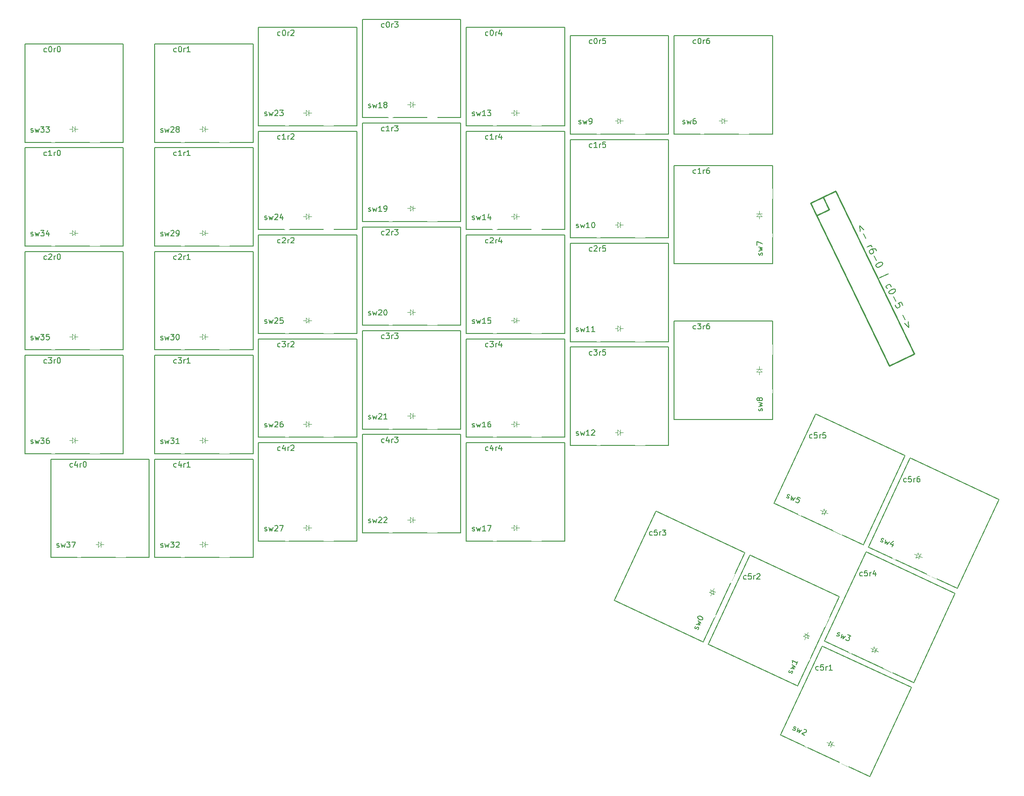
<source format=gto>
%FSLAX46Y46*%
G04 Gerber Fmt 4.6, Leading zero omitted, Abs format (unit mm)*
G04 Created by KiCad (PCBNEW (2014-09-07 BZR 5117)-product) date Thu 04 Dec 2014 19:35:44 GMT*
%MOMM*%
G01*
G04 APERTURE LIST*
%ADD10C,0.100000*%
%ADD11C,0.150000*%
%ADD12C,0.254000*%
%ADD13C,0.203200*%
%ADD14C,1.900000*%
%ADD15C,2.400000*%
%ADD16C,2.500000*%
%ADD17C,1.400000*%
%ADD18R,2.000000X1.900000*%
%ADD19R,1.900000X1.900000*%
%ADD20R,1.700000X1.600000*%
%ADD21R,1.900000X2.000000*%
%ADD22R,1.600000X1.700000*%
%ADD23C,2.127200*%
G04 APERTURE END LIST*
D10*
D11*
X185726191Y-114904762D02*
X185630953Y-114952381D01*
X185440476Y-114952381D01*
X185345238Y-114904762D01*
X185297619Y-114857143D01*
X185250000Y-114761905D01*
X185250000Y-114476190D01*
X185297619Y-114380952D01*
X185345238Y-114333333D01*
X185440476Y-114285714D01*
X185630953Y-114285714D01*
X185726191Y-114333333D01*
X186630953Y-113952381D02*
X186154762Y-113952381D01*
X186107143Y-114428571D01*
X186154762Y-114380952D01*
X186250000Y-114333333D01*
X186488096Y-114333333D01*
X186583334Y-114380952D01*
X186630953Y-114428571D01*
X186678572Y-114523810D01*
X186678572Y-114761905D01*
X186630953Y-114857143D01*
X186583334Y-114904762D01*
X186488096Y-114952381D01*
X186250000Y-114952381D01*
X186154762Y-114904762D01*
X186107143Y-114857143D01*
X187107143Y-114952381D02*
X187107143Y-114285714D01*
X187107143Y-114476190D02*
X187154762Y-114380952D01*
X187202381Y-114333333D01*
X187297619Y-114285714D01*
X187392858Y-114285714D01*
X187630953Y-113952381D02*
X188250001Y-113952381D01*
X187916667Y-114333333D01*
X188059525Y-114333333D01*
X188154763Y-114380952D01*
X188202382Y-114428571D01*
X188250001Y-114523810D01*
X188250001Y-114761905D01*
X188202382Y-114857143D01*
X188154763Y-114904762D01*
X188059525Y-114952381D01*
X187773810Y-114952381D01*
X187678572Y-114904762D01*
X187630953Y-114857143D01*
X202946039Y-122934509D02*
X202850801Y-122982128D01*
X202660324Y-122982128D01*
X202565086Y-122934509D01*
X202517467Y-122886890D01*
X202469848Y-122791652D01*
X202469848Y-122505937D01*
X202517467Y-122410699D01*
X202565086Y-122363080D01*
X202660324Y-122315461D01*
X202850801Y-122315461D01*
X202946039Y-122363080D01*
X203850801Y-121982128D02*
X203374610Y-121982128D01*
X203326991Y-122458318D01*
X203374610Y-122410699D01*
X203469848Y-122363080D01*
X203707944Y-122363080D01*
X203803182Y-122410699D01*
X203850801Y-122458318D01*
X203898420Y-122553557D01*
X203898420Y-122791652D01*
X203850801Y-122886890D01*
X203803182Y-122934509D01*
X203707944Y-122982128D01*
X203469848Y-122982128D01*
X203374610Y-122934509D01*
X203326991Y-122886890D01*
X204326991Y-122982128D02*
X204326991Y-122315461D01*
X204326991Y-122505937D02*
X204374610Y-122410699D01*
X204422229Y-122363080D01*
X204517467Y-122315461D01*
X204612706Y-122315461D01*
X204898420Y-122077366D02*
X204946039Y-122029747D01*
X205041277Y-121982128D01*
X205279373Y-121982128D01*
X205374611Y-122029747D01*
X205422230Y-122077366D01*
X205469849Y-122172604D01*
X205469849Y-122267842D01*
X205422230Y-122410699D01*
X204850801Y-122982128D01*
X205469849Y-122982128D01*
X216151013Y-139574180D02*
X216055775Y-139621799D01*
X215865298Y-139621799D01*
X215770060Y-139574180D01*
X215722441Y-139526561D01*
X215674822Y-139431323D01*
X215674822Y-139145608D01*
X215722441Y-139050370D01*
X215770060Y-139002751D01*
X215865298Y-138955132D01*
X216055775Y-138955132D01*
X216151013Y-139002751D01*
X217055775Y-138621799D02*
X216579584Y-138621799D01*
X216531965Y-139097989D01*
X216579584Y-139050370D01*
X216674822Y-139002751D01*
X216912918Y-139002751D01*
X217008156Y-139050370D01*
X217055775Y-139097989D01*
X217103394Y-139193228D01*
X217103394Y-139431323D01*
X217055775Y-139526561D01*
X217008156Y-139574180D01*
X216912918Y-139621799D01*
X216674822Y-139621799D01*
X216579584Y-139574180D01*
X216531965Y-139526561D01*
X217531965Y-139621799D02*
X217531965Y-138955132D01*
X217531965Y-139145608D02*
X217579584Y-139050370D01*
X217627203Y-139002751D01*
X217722441Y-138955132D01*
X217817680Y-138955132D01*
X218674823Y-139621799D02*
X218103394Y-139621799D01*
X218389108Y-139621799D02*
X218389108Y-138621799D01*
X218293870Y-138764656D01*
X218198632Y-138859894D01*
X218103394Y-138907513D01*
X224180760Y-122354332D02*
X224085522Y-122401951D01*
X223895045Y-122401951D01*
X223799807Y-122354332D01*
X223752188Y-122306713D01*
X223704569Y-122211475D01*
X223704569Y-121925760D01*
X223752188Y-121830522D01*
X223799807Y-121782903D01*
X223895045Y-121735284D01*
X224085522Y-121735284D01*
X224180760Y-121782903D01*
X225085522Y-121401951D02*
X224609331Y-121401951D01*
X224561712Y-121878141D01*
X224609331Y-121830522D01*
X224704569Y-121782903D01*
X224942665Y-121782903D01*
X225037903Y-121830522D01*
X225085522Y-121878141D01*
X225133141Y-121973380D01*
X225133141Y-122211475D01*
X225085522Y-122306713D01*
X225037903Y-122354332D01*
X224942665Y-122401951D01*
X224704569Y-122401951D01*
X224609331Y-122354332D01*
X224561712Y-122306713D01*
X225561712Y-122401951D02*
X225561712Y-121735284D01*
X225561712Y-121925760D02*
X225609331Y-121830522D01*
X225656950Y-121782903D01*
X225752188Y-121735284D01*
X225847427Y-121735284D01*
X226609332Y-121735284D02*
X226609332Y-122401951D01*
X226371236Y-121354332D02*
X226133141Y-122068618D01*
X226752189Y-122068618D01*
X232210507Y-105134484D02*
X232115269Y-105182103D01*
X231924792Y-105182103D01*
X231829554Y-105134484D01*
X231781935Y-105086865D01*
X231734316Y-104991627D01*
X231734316Y-104705912D01*
X231781935Y-104610674D01*
X231829554Y-104563055D01*
X231924792Y-104515436D01*
X232115269Y-104515436D01*
X232210507Y-104563055D01*
X233115269Y-104182103D02*
X232639078Y-104182103D01*
X232591459Y-104658293D01*
X232639078Y-104610674D01*
X232734316Y-104563055D01*
X232972412Y-104563055D01*
X233067650Y-104610674D01*
X233115269Y-104658293D01*
X233162888Y-104753532D01*
X233162888Y-104991627D01*
X233115269Y-105086865D01*
X233067650Y-105134484D01*
X232972412Y-105182103D01*
X232734316Y-105182103D01*
X232639078Y-105134484D01*
X232591459Y-105086865D01*
X233591459Y-105182103D02*
X233591459Y-104515436D01*
X233591459Y-104705912D02*
X233639078Y-104610674D01*
X233686697Y-104563055D01*
X233781935Y-104515436D01*
X233877174Y-104515436D01*
X234639079Y-104182103D02*
X234448602Y-104182103D01*
X234353364Y-104229722D01*
X234305745Y-104277341D01*
X234210507Y-104420198D01*
X234162888Y-104610674D01*
X234162888Y-104991627D01*
X234210507Y-105086865D01*
X234258126Y-105134484D01*
X234353364Y-105182103D01*
X234543841Y-105182103D01*
X234639079Y-105134484D01*
X234686698Y-105086865D01*
X234734317Y-104991627D01*
X234734317Y-104753532D01*
X234686698Y-104658293D01*
X234639079Y-104610674D01*
X234543841Y-104563055D01*
X234353364Y-104563055D01*
X234258126Y-104610674D01*
X234210507Y-104658293D01*
X234162888Y-104753532D01*
X214990659Y-97104737D02*
X214895421Y-97152356D01*
X214704944Y-97152356D01*
X214609706Y-97104737D01*
X214562087Y-97057118D01*
X214514468Y-96961880D01*
X214514468Y-96676165D01*
X214562087Y-96580927D01*
X214609706Y-96533308D01*
X214704944Y-96485689D01*
X214895421Y-96485689D01*
X214990659Y-96533308D01*
X215895421Y-96152356D02*
X215419230Y-96152356D01*
X215371611Y-96628546D01*
X215419230Y-96580927D01*
X215514468Y-96533308D01*
X215752564Y-96533308D01*
X215847802Y-96580927D01*
X215895421Y-96628546D01*
X215943040Y-96723785D01*
X215943040Y-96961880D01*
X215895421Y-97057118D01*
X215847802Y-97104737D01*
X215752564Y-97152356D01*
X215514468Y-97152356D01*
X215419230Y-97104737D01*
X215371611Y-97057118D01*
X216371611Y-97152356D02*
X216371611Y-96485689D01*
X216371611Y-96676165D02*
X216419230Y-96580927D01*
X216466849Y-96533308D01*
X216562087Y-96485689D01*
X216657326Y-96485689D01*
X217466850Y-96152356D02*
X216990659Y-96152356D01*
X216943040Y-96628546D01*
X216990659Y-96580927D01*
X217085897Y-96533308D01*
X217323993Y-96533308D01*
X217419231Y-96580927D01*
X217466850Y-96628546D01*
X217514469Y-96723785D01*
X217514469Y-96961880D01*
X217466850Y-97057118D01*
X217419231Y-97104737D01*
X217323993Y-97152356D01*
X217085897Y-97152356D01*
X216990659Y-97104737D01*
X216943040Y-97057118D01*
X193726191Y-24904762D02*
X193630953Y-24952381D01*
X193440476Y-24952381D01*
X193345238Y-24904762D01*
X193297619Y-24857143D01*
X193250000Y-24761905D01*
X193250000Y-24476190D01*
X193297619Y-24380952D01*
X193345238Y-24333333D01*
X193440476Y-24285714D01*
X193630953Y-24285714D01*
X193726191Y-24333333D01*
X194345238Y-23952381D02*
X194440477Y-23952381D01*
X194535715Y-24000000D01*
X194583334Y-24047619D01*
X194630953Y-24142857D01*
X194678572Y-24333333D01*
X194678572Y-24571429D01*
X194630953Y-24761905D01*
X194583334Y-24857143D01*
X194535715Y-24904762D01*
X194440477Y-24952381D01*
X194345238Y-24952381D01*
X194250000Y-24904762D01*
X194202381Y-24857143D01*
X194154762Y-24761905D01*
X194107143Y-24571429D01*
X194107143Y-24333333D01*
X194154762Y-24142857D01*
X194202381Y-24047619D01*
X194250000Y-24000000D01*
X194345238Y-23952381D01*
X195107143Y-24952381D02*
X195107143Y-24285714D01*
X195107143Y-24476190D02*
X195154762Y-24380952D01*
X195202381Y-24333333D01*
X195297619Y-24285714D01*
X195392858Y-24285714D01*
X196154763Y-23952381D02*
X195964286Y-23952381D01*
X195869048Y-24000000D01*
X195821429Y-24047619D01*
X195726191Y-24190476D01*
X195678572Y-24380952D01*
X195678572Y-24761905D01*
X195726191Y-24857143D01*
X195773810Y-24904762D01*
X195869048Y-24952381D01*
X196059525Y-24952381D01*
X196154763Y-24904762D01*
X196202382Y-24857143D01*
X196250001Y-24761905D01*
X196250001Y-24523810D01*
X196202382Y-24428571D01*
X196154763Y-24380952D01*
X196059525Y-24333333D01*
X195869048Y-24333333D01*
X195773810Y-24380952D01*
X195726191Y-24428571D01*
X195678572Y-24523810D01*
X193726191Y-48654762D02*
X193630953Y-48702381D01*
X193440476Y-48702381D01*
X193345238Y-48654762D01*
X193297619Y-48607143D01*
X193250000Y-48511905D01*
X193250000Y-48226190D01*
X193297619Y-48130952D01*
X193345238Y-48083333D01*
X193440476Y-48035714D01*
X193630953Y-48035714D01*
X193726191Y-48083333D01*
X194678572Y-48702381D02*
X194107143Y-48702381D01*
X194392857Y-48702381D02*
X194392857Y-47702381D01*
X194297619Y-47845238D01*
X194202381Y-47940476D01*
X194107143Y-47988095D01*
X195107143Y-48702381D02*
X195107143Y-48035714D01*
X195107143Y-48226190D02*
X195154762Y-48130952D01*
X195202381Y-48083333D01*
X195297619Y-48035714D01*
X195392858Y-48035714D01*
X196154763Y-47702381D02*
X195964286Y-47702381D01*
X195869048Y-47750000D01*
X195821429Y-47797619D01*
X195726191Y-47940476D01*
X195678572Y-48130952D01*
X195678572Y-48511905D01*
X195726191Y-48607143D01*
X195773810Y-48654762D01*
X195869048Y-48702381D01*
X196059525Y-48702381D01*
X196154763Y-48654762D01*
X196202382Y-48607143D01*
X196250001Y-48511905D01*
X196250001Y-48273810D01*
X196202382Y-48178571D01*
X196154763Y-48130952D01*
X196059525Y-48083333D01*
X195869048Y-48083333D01*
X195773810Y-48130952D01*
X195726191Y-48178571D01*
X195678572Y-48273810D01*
X193726191Y-77154762D02*
X193630953Y-77202381D01*
X193440476Y-77202381D01*
X193345238Y-77154762D01*
X193297619Y-77107143D01*
X193250000Y-77011905D01*
X193250000Y-76726190D01*
X193297619Y-76630952D01*
X193345238Y-76583333D01*
X193440476Y-76535714D01*
X193630953Y-76535714D01*
X193726191Y-76583333D01*
X194059524Y-76202381D02*
X194678572Y-76202381D01*
X194345238Y-76583333D01*
X194488096Y-76583333D01*
X194583334Y-76630952D01*
X194630953Y-76678571D01*
X194678572Y-76773810D01*
X194678572Y-77011905D01*
X194630953Y-77107143D01*
X194583334Y-77154762D01*
X194488096Y-77202381D01*
X194202381Y-77202381D01*
X194107143Y-77154762D01*
X194059524Y-77107143D01*
X195107143Y-77202381D02*
X195107143Y-76535714D01*
X195107143Y-76726190D02*
X195154762Y-76630952D01*
X195202381Y-76583333D01*
X195297619Y-76535714D01*
X195392858Y-76535714D01*
X196154763Y-76202381D02*
X195964286Y-76202381D01*
X195869048Y-76250000D01*
X195821429Y-76297619D01*
X195726191Y-76440476D01*
X195678572Y-76630952D01*
X195678572Y-77011905D01*
X195726191Y-77107143D01*
X195773810Y-77154762D01*
X195869048Y-77202381D01*
X196059525Y-77202381D01*
X196154763Y-77154762D01*
X196202382Y-77107143D01*
X196250001Y-77011905D01*
X196250001Y-76773810D01*
X196202382Y-76678571D01*
X196154763Y-76630952D01*
X196059525Y-76583333D01*
X195869048Y-76583333D01*
X195773810Y-76630952D01*
X195726191Y-76678571D01*
X195678572Y-76773810D01*
X174726191Y-24904762D02*
X174630953Y-24952381D01*
X174440476Y-24952381D01*
X174345238Y-24904762D01*
X174297619Y-24857143D01*
X174250000Y-24761905D01*
X174250000Y-24476190D01*
X174297619Y-24380952D01*
X174345238Y-24333333D01*
X174440476Y-24285714D01*
X174630953Y-24285714D01*
X174726191Y-24333333D01*
X175345238Y-23952381D02*
X175440477Y-23952381D01*
X175535715Y-24000000D01*
X175583334Y-24047619D01*
X175630953Y-24142857D01*
X175678572Y-24333333D01*
X175678572Y-24571429D01*
X175630953Y-24761905D01*
X175583334Y-24857143D01*
X175535715Y-24904762D01*
X175440477Y-24952381D01*
X175345238Y-24952381D01*
X175250000Y-24904762D01*
X175202381Y-24857143D01*
X175154762Y-24761905D01*
X175107143Y-24571429D01*
X175107143Y-24333333D01*
X175154762Y-24142857D01*
X175202381Y-24047619D01*
X175250000Y-24000000D01*
X175345238Y-23952381D01*
X176107143Y-24952381D02*
X176107143Y-24285714D01*
X176107143Y-24476190D02*
X176154762Y-24380952D01*
X176202381Y-24333333D01*
X176297619Y-24285714D01*
X176392858Y-24285714D01*
X177202382Y-23952381D02*
X176726191Y-23952381D01*
X176678572Y-24428571D01*
X176726191Y-24380952D01*
X176821429Y-24333333D01*
X177059525Y-24333333D01*
X177154763Y-24380952D01*
X177202382Y-24428571D01*
X177250001Y-24523810D01*
X177250001Y-24761905D01*
X177202382Y-24857143D01*
X177154763Y-24904762D01*
X177059525Y-24952381D01*
X176821429Y-24952381D01*
X176726191Y-24904762D01*
X176678572Y-24857143D01*
X174726191Y-43904762D02*
X174630953Y-43952381D01*
X174440476Y-43952381D01*
X174345238Y-43904762D01*
X174297619Y-43857143D01*
X174250000Y-43761905D01*
X174250000Y-43476190D01*
X174297619Y-43380952D01*
X174345238Y-43333333D01*
X174440476Y-43285714D01*
X174630953Y-43285714D01*
X174726191Y-43333333D01*
X175678572Y-43952381D02*
X175107143Y-43952381D01*
X175392857Y-43952381D02*
X175392857Y-42952381D01*
X175297619Y-43095238D01*
X175202381Y-43190476D01*
X175107143Y-43238095D01*
X176107143Y-43952381D02*
X176107143Y-43285714D01*
X176107143Y-43476190D02*
X176154762Y-43380952D01*
X176202381Y-43333333D01*
X176297619Y-43285714D01*
X176392858Y-43285714D01*
X177202382Y-42952381D02*
X176726191Y-42952381D01*
X176678572Y-43428571D01*
X176726191Y-43380952D01*
X176821429Y-43333333D01*
X177059525Y-43333333D01*
X177154763Y-43380952D01*
X177202382Y-43428571D01*
X177250001Y-43523810D01*
X177250001Y-43761905D01*
X177202382Y-43857143D01*
X177154763Y-43904762D01*
X177059525Y-43952381D01*
X176821429Y-43952381D01*
X176726191Y-43904762D01*
X176678572Y-43857143D01*
X174726191Y-62904762D02*
X174630953Y-62952381D01*
X174440476Y-62952381D01*
X174345238Y-62904762D01*
X174297619Y-62857143D01*
X174250000Y-62761905D01*
X174250000Y-62476190D01*
X174297619Y-62380952D01*
X174345238Y-62333333D01*
X174440476Y-62285714D01*
X174630953Y-62285714D01*
X174726191Y-62333333D01*
X175107143Y-62047619D02*
X175154762Y-62000000D01*
X175250000Y-61952381D01*
X175488096Y-61952381D01*
X175583334Y-62000000D01*
X175630953Y-62047619D01*
X175678572Y-62142857D01*
X175678572Y-62238095D01*
X175630953Y-62380952D01*
X175059524Y-62952381D01*
X175678572Y-62952381D01*
X176107143Y-62952381D02*
X176107143Y-62285714D01*
X176107143Y-62476190D02*
X176154762Y-62380952D01*
X176202381Y-62333333D01*
X176297619Y-62285714D01*
X176392858Y-62285714D01*
X177202382Y-61952381D02*
X176726191Y-61952381D01*
X176678572Y-62428571D01*
X176726191Y-62380952D01*
X176821429Y-62333333D01*
X177059525Y-62333333D01*
X177154763Y-62380952D01*
X177202382Y-62428571D01*
X177250001Y-62523810D01*
X177250001Y-62761905D01*
X177202382Y-62857143D01*
X177154763Y-62904762D01*
X177059525Y-62952381D01*
X176821429Y-62952381D01*
X176726191Y-62904762D01*
X176678572Y-62857143D01*
X174726191Y-81904762D02*
X174630953Y-81952381D01*
X174440476Y-81952381D01*
X174345238Y-81904762D01*
X174297619Y-81857143D01*
X174250000Y-81761905D01*
X174250000Y-81476190D01*
X174297619Y-81380952D01*
X174345238Y-81333333D01*
X174440476Y-81285714D01*
X174630953Y-81285714D01*
X174726191Y-81333333D01*
X175059524Y-80952381D02*
X175678572Y-80952381D01*
X175345238Y-81333333D01*
X175488096Y-81333333D01*
X175583334Y-81380952D01*
X175630953Y-81428571D01*
X175678572Y-81523810D01*
X175678572Y-81761905D01*
X175630953Y-81857143D01*
X175583334Y-81904762D01*
X175488096Y-81952381D01*
X175202381Y-81952381D01*
X175107143Y-81904762D01*
X175059524Y-81857143D01*
X176107143Y-81952381D02*
X176107143Y-81285714D01*
X176107143Y-81476190D02*
X176154762Y-81380952D01*
X176202381Y-81333333D01*
X176297619Y-81285714D01*
X176392858Y-81285714D01*
X177202382Y-80952381D02*
X176726191Y-80952381D01*
X176678572Y-81428571D01*
X176726191Y-81380952D01*
X176821429Y-81333333D01*
X177059525Y-81333333D01*
X177154763Y-81380952D01*
X177202382Y-81428571D01*
X177250001Y-81523810D01*
X177250001Y-81761905D01*
X177202382Y-81857143D01*
X177154763Y-81904762D01*
X177059525Y-81952381D01*
X176821429Y-81952381D01*
X176726191Y-81904762D01*
X176678572Y-81857143D01*
X155726191Y-23404762D02*
X155630953Y-23452381D01*
X155440476Y-23452381D01*
X155345238Y-23404762D01*
X155297619Y-23357143D01*
X155250000Y-23261905D01*
X155250000Y-22976190D01*
X155297619Y-22880952D01*
X155345238Y-22833333D01*
X155440476Y-22785714D01*
X155630953Y-22785714D01*
X155726191Y-22833333D01*
X156345238Y-22452381D02*
X156440477Y-22452381D01*
X156535715Y-22500000D01*
X156583334Y-22547619D01*
X156630953Y-22642857D01*
X156678572Y-22833333D01*
X156678572Y-23071429D01*
X156630953Y-23261905D01*
X156583334Y-23357143D01*
X156535715Y-23404762D01*
X156440477Y-23452381D01*
X156345238Y-23452381D01*
X156250000Y-23404762D01*
X156202381Y-23357143D01*
X156154762Y-23261905D01*
X156107143Y-23071429D01*
X156107143Y-22833333D01*
X156154762Y-22642857D01*
X156202381Y-22547619D01*
X156250000Y-22500000D01*
X156345238Y-22452381D01*
X157107143Y-23452381D02*
X157107143Y-22785714D01*
X157107143Y-22976190D02*
X157154762Y-22880952D01*
X157202381Y-22833333D01*
X157297619Y-22785714D01*
X157392858Y-22785714D01*
X158154763Y-22785714D02*
X158154763Y-23452381D01*
X157916667Y-22404762D02*
X157678572Y-23119048D01*
X158297620Y-23119048D01*
X155726191Y-42404762D02*
X155630953Y-42452381D01*
X155440476Y-42452381D01*
X155345238Y-42404762D01*
X155297619Y-42357143D01*
X155250000Y-42261905D01*
X155250000Y-41976190D01*
X155297619Y-41880952D01*
X155345238Y-41833333D01*
X155440476Y-41785714D01*
X155630953Y-41785714D01*
X155726191Y-41833333D01*
X156678572Y-42452381D02*
X156107143Y-42452381D01*
X156392857Y-42452381D02*
X156392857Y-41452381D01*
X156297619Y-41595238D01*
X156202381Y-41690476D01*
X156107143Y-41738095D01*
X157107143Y-42452381D02*
X157107143Y-41785714D01*
X157107143Y-41976190D02*
X157154762Y-41880952D01*
X157202381Y-41833333D01*
X157297619Y-41785714D01*
X157392858Y-41785714D01*
X158154763Y-41785714D02*
X158154763Y-42452381D01*
X157916667Y-41404762D02*
X157678572Y-42119048D01*
X158297620Y-42119048D01*
X155726191Y-61404762D02*
X155630953Y-61452381D01*
X155440476Y-61452381D01*
X155345238Y-61404762D01*
X155297619Y-61357143D01*
X155250000Y-61261905D01*
X155250000Y-60976190D01*
X155297619Y-60880952D01*
X155345238Y-60833333D01*
X155440476Y-60785714D01*
X155630953Y-60785714D01*
X155726191Y-60833333D01*
X156107143Y-60547619D02*
X156154762Y-60500000D01*
X156250000Y-60452381D01*
X156488096Y-60452381D01*
X156583334Y-60500000D01*
X156630953Y-60547619D01*
X156678572Y-60642857D01*
X156678572Y-60738095D01*
X156630953Y-60880952D01*
X156059524Y-61452381D01*
X156678572Y-61452381D01*
X157107143Y-61452381D02*
X157107143Y-60785714D01*
X157107143Y-60976190D02*
X157154762Y-60880952D01*
X157202381Y-60833333D01*
X157297619Y-60785714D01*
X157392858Y-60785714D01*
X158154763Y-60785714D02*
X158154763Y-61452381D01*
X157916667Y-60404762D02*
X157678572Y-61119048D01*
X158297620Y-61119048D01*
X155726191Y-80404762D02*
X155630953Y-80452381D01*
X155440476Y-80452381D01*
X155345238Y-80404762D01*
X155297619Y-80357143D01*
X155250000Y-80261905D01*
X155250000Y-79976190D01*
X155297619Y-79880952D01*
X155345238Y-79833333D01*
X155440476Y-79785714D01*
X155630953Y-79785714D01*
X155726191Y-79833333D01*
X156059524Y-79452381D02*
X156678572Y-79452381D01*
X156345238Y-79833333D01*
X156488096Y-79833333D01*
X156583334Y-79880952D01*
X156630953Y-79928571D01*
X156678572Y-80023810D01*
X156678572Y-80261905D01*
X156630953Y-80357143D01*
X156583334Y-80404762D01*
X156488096Y-80452381D01*
X156202381Y-80452381D01*
X156107143Y-80404762D01*
X156059524Y-80357143D01*
X157107143Y-80452381D02*
X157107143Y-79785714D01*
X157107143Y-79976190D02*
X157154762Y-79880952D01*
X157202381Y-79833333D01*
X157297619Y-79785714D01*
X157392858Y-79785714D01*
X158154763Y-79785714D02*
X158154763Y-80452381D01*
X157916667Y-79404762D02*
X157678572Y-80119048D01*
X158297620Y-80119048D01*
X155726191Y-99404762D02*
X155630953Y-99452381D01*
X155440476Y-99452381D01*
X155345238Y-99404762D01*
X155297619Y-99357143D01*
X155250000Y-99261905D01*
X155250000Y-98976190D01*
X155297619Y-98880952D01*
X155345238Y-98833333D01*
X155440476Y-98785714D01*
X155630953Y-98785714D01*
X155726191Y-98833333D01*
X156583334Y-98785714D02*
X156583334Y-99452381D01*
X156345238Y-98404762D02*
X156107143Y-99119048D01*
X156726191Y-99119048D01*
X157107143Y-99452381D02*
X157107143Y-98785714D01*
X157107143Y-98976190D02*
X157154762Y-98880952D01*
X157202381Y-98833333D01*
X157297619Y-98785714D01*
X157392858Y-98785714D01*
X158154763Y-98785714D02*
X158154763Y-99452381D01*
X157916667Y-98404762D02*
X157678572Y-99119048D01*
X158297620Y-99119048D01*
X136726191Y-21904762D02*
X136630953Y-21952381D01*
X136440476Y-21952381D01*
X136345238Y-21904762D01*
X136297619Y-21857143D01*
X136250000Y-21761905D01*
X136250000Y-21476190D01*
X136297619Y-21380952D01*
X136345238Y-21333333D01*
X136440476Y-21285714D01*
X136630953Y-21285714D01*
X136726191Y-21333333D01*
X137345238Y-20952381D02*
X137440477Y-20952381D01*
X137535715Y-21000000D01*
X137583334Y-21047619D01*
X137630953Y-21142857D01*
X137678572Y-21333333D01*
X137678572Y-21571429D01*
X137630953Y-21761905D01*
X137583334Y-21857143D01*
X137535715Y-21904762D01*
X137440477Y-21952381D01*
X137345238Y-21952381D01*
X137250000Y-21904762D01*
X137202381Y-21857143D01*
X137154762Y-21761905D01*
X137107143Y-21571429D01*
X137107143Y-21333333D01*
X137154762Y-21142857D01*
X137202381Y-21047619D01*
X137250000Y-21000000D01*
X137345238Y-20952381D01*
X138107143Y-21952381D02*
X138107143Y-21285714D01*
X138107143Y-21476190D02*
X138154762Y-21380952D01*
X138202381Y-21333333D01*
X138297619Y-21285714D01*
X138392858Y-21285714D01*
X138630953Y-20952381D02*
X139250001Y-20952381D01*
X138916667Y-21333333D01*
X139059525Y-21333333D01*
X139154763Y-21380952D01*
X139202382Y-21428571D01*
X139250001Y-21523810D01*
X139250001Y-21761905D01*
X139202382Y-21857143D01*
X139154763Y-21904762D01*
X139059525Y-21952381D01*
X138773810Y-21952381D01*
X138678572Y-21904762D01*
X138630953Y-21857143D01*
X136726191Y-40904762D02*
X136630953Y-40952381D01*
X136440476Y-40952381D01*
X136345238Y-40904762D01*
X136297619Y-40857143D01*
X136250000Y-40761905D01*
X136250000Y-40476190D01*
X136297619Y-40380952D01*
X136345238Y-40333333D01*
X136440476Y-40285714D01*
X136630953Y-40285714D01*
X136726191Y-40333333D01*
X137678572Y-40952381D02*
X137107143Y-40952381D01*
X137392857Y-40952381D02*
X137392857Y-39952381D01*
X137297619Y-40095238D01*
X137202381Y-40190476D01*
X137107143Y-40238095D01*
X138107143Y-40952381D02*
X138107143Y-40285714D01*
X138107143Y-40476190D02*
X138154762Y-40380952D01*
X138202381Y-40333333D01*
X138297619Y-40285714D01*
X138392858Y-40285714D01*
X138630953Y-39952381D02*
X139250001Y-39952381D01*
X138916667Y-40333333D01*
X139059525Y-40333333D01*
X139154763Y-40380952D01*
X139202382Y-40428571D01*
X139250001Y-40523810D01*
X139250001Y-40761905D01*
X139202382Y-40857143D01*
X139154763Y-40904762D01*
X139059525Y-40952381D01*
X138773810Y-40952381D01*
X138678572Y-40904762D01*
X138630953Y-40857143D01*
X136726191Y-59904762D02*
X136630953Y-59952381D01*
X136440476Y-59952381D01*
X136345238Y-59904762D01*
X136297619Y-59857143D01*
X136250000Y-59761905D01*
X136250000Y-59476190D01*
X136297619Y-59380952D01*
X136345238Y-59333333D01*
X136440476Y-59285714D01*
X136630953Y-59285714D01*
X136726191Y-59333333D01*
X137107143Y-59047619D02*
X137154762Y-59000000D01*
X137250000Y-58952381D01*
X137488096Y-58952381D01*
X137583334Y-59000000D01*
X137630953Y-59047619D01*
X137678572Y-59142857D01*
X137678572Y-59238095D01*
X137630953Y-59380952D01*
X137059524Y-59952381D01*
X137678572Y-59952381D01*
X138107143Y-59952381D02*
X138107143Y-59285714D01*
X138107143Y-59476190D02*
X138154762Y-59380952D01*
X138202381Y-59333333D01*
X138297619Y-59285714D01*
X138392858Y-59285714D01*
X138630953Y-58952381D02*
X139250001Y-58952381D01*
X138916667Y-59333333D01*
X139059525Y-59333333D01*
X139154763Y-59380952D01*
X139202382Y-59428571D01*
X139250001Y-59523810D01*
X139250001Y-59761905D01*
X139202382Y-59857143D01*
X139154763Y-59904762D01*
X139059525Y-59952381D01*
X138773810Y-59952381D01*
X138678572Y-59904762D01*
X138630953Y-59857143D01*
X136726191Y-78904762D02*
X136630953Y-78952381D01*
X136440476Y-78952381D01*
X136345238Y-78904762D01*
X136297619Y-78857143D01*
X136250000Y-78761905D01*
X136250000Y-78476190D01*
X136297619Y-78380952D01*
X136345238Y-78333333D01*
X136440476Y-78285714D01*
X136630953Y-78285714D01*
X136726191Y-78333333D01*
X137059524Y-77952381D02*
X137678572Y-77952381D01*
X137345238Y-78333333D01*
X137488096Y-78333333D01*
X137583334Y-78380952D01*
X137630953Y-78428571D01*
X137678572Y-78523810D01*
X137678572Y-78761905D01*
X137630953Y-78857143D01*
X137583334Y-78904762D01*
X137488096Y-78952381D01*
X137202381Y-78952381D01*
X137107143Y-78904762D01*
X137059524Y-78857143D01*
X138107143Y-78952381D02*
X138107143Y-78285714D01*
X138107143Y-78476190D02*
X138154762Y-78380952D01*
X138202381Y-78333333D01*
X138297619Y-78285714D01*
X138392858Y-78285714D01*
X138630953Y-77952381D02*
X139250001Y-77952381D01*
X138916667Y-78333333D01*
X139059525Y-78333333D01*
X139154763Y-78380952D01*
X139202382Y-78428571D01*
X139250001Y-78523810D01*
X139250001Y-78761905D01*
X139202382Y-78857143D01*
X139154763Y-78904762D01*
X139059525Y-78952381D01*
X138773810Y-78952381D01*
X138678572Y-78904762D01*
X138630953Y-78857143D01*
X136726191Y-97904762D02*
X136630953Y-97952381D01*
X136440476Y-97952381D01*
X136345238Y-97904762D01*
X136297619Y-97857143D01*
X136250000Y-97761905D01*
X136250000Y-97476190D01*
X136297619Y-97380952D01*
X136345238Y-97333333D01*
X136440476Y-97285714D01*
X136630953Y-97285714D01*
X136726191Y-97333333D01*
X137583334Y-97285714D02*
X137583334Y-97952381D01*
X137345238Y-96904762D02*
X137107143Y-97619048D01*
X137726191Y-97619048D01*
X138107143Y-97952381D02*
X138107143Y-97285714D01*
X138107143Y-97476190D02*
X138154762Y-97380952D01*
X138202381Y-97333333D01*
X138297619Y-97285714D01*
X138392858Y-97285714D01*
X138630953Y-96952381D02*
X139250001Y-96952381D01*
X138916667Y-97333333D01*
X139059525Y-97333333D01*
X139154763Y-97380952D01*
X139202382Y-97428571D01*
X139250001Y-97523810D01*
X139250001Y-97761905D01*
X139202382Y-97857143D01*
X139154763Y-97904762D01*
X139059525Y-97952381D01*
X138773810Y-97952381D01*
X138678572Y-97904762D01*
X138630953Y-97857143D01*
X117726191Y-23404762D02*
X117630953Y-23452381D01*
X117440476Y-23452381D01*
X117345238Y-23404762D01*
X117297619Y-23357143D01*
X117250000Y-23261905D01*
X117250000Y-22976190D01*
X117297619Y-22880952D01*
X117345238Y-22833333D01*
X117440476Y-22785714D01*
X117630953Y-22785714D01*
X117726191Y-22833333D01*
X118345238Y-22452381D02*
X118440477Y-22452381D01*
X118535715Y-22500000D01*
X118583334Y-22547619D01*
X118630953Y-22642857D01*
X118678572Y-22833333D01*
X118678572Y-23071429D01*
X118630953Y-23261905D01*
X118583334Y-23357143D01*
X118535715Y-23404762D01*
X118440477Y-23452381D01*
X118345238Y-23452381D01*
X118250000Y-23404762D01*
X118202381Y-23357143D01*
X118154762Y-23261905D01*
X118107143Y-23071429D01*
X118107143Y-22833333D01*
X118154762Y-22642857D01*
X118202381Y-22547619D01*
X118250000Y-22500000D01*
X118345238Y-22452381D01*
X119107143Y-23452381D02*
X119107143Y-22785714D01*
X119107143Y-22976190D02*
X119154762Y-22880952D01*
X119202381Y-22833333D01*
X119297619Y-22785714D01*
X119392858Y-22785714D01*
X119678572Y-22547619D02*
X119726191Y-22500000D01*
X119821429Y-22452381D01*
X120059525Y-22452381D01*
X120154763Y-22500000D01*
X120202382Y-22547619D01*
X120250001Y-22642857D01*
X120250001Y-22738095D01*
X120202382Y-22880952D01*
X119630953Y-23452381D01*
X120250001Y-23452381D01*
X117726191Y-42404762D02*
X117630953Y-42452381D01*
X117440476Y-42452381D01*
X117345238Y-42404762D01*
X117297619Y-42357143D01*
X117250000Y-42261905D01*
X117250000Y-41976190D01*
X117297619Y-41880952D01*
X117345238Y-41833333D01*
X117440476Y-41785714D01*
X117630953Y-41785714D01*
X117726191Y-41833333D01*
X118678572Y-42452381D02*
X118107143Y-42452381D01*
X118392857Y-42452381D02*
X118392857Y-41452381D01*
X118297619Y-41595238D01*
X118202381Y-41690476D01*
X118107143Y-41738095D01*
X119107143Y-42452381D02*
X119107143Y-41785714D01*
X119107143Y-41976190D02*
X119154762Y-41880952D01*
X119202381Y-41833333D01*
X119297619Y-41785714D01*
X119392858Y-41785714D01*
X119678572Y-41547619D02*
X119726191Y-41500000D01*
X119821429Y-41452381D01*
X120059525Y-41452381D01*
X120154763Y-41500000D01*
X120202382Y-41547619D01*
X120250001Y-41642857D01*
X120250001Y-41738095D01*
X120202382Y-41880952D01*
X119630953Y-42452381D01*
X120250001Y-42452381D01*
X117726191Y-61404762D02*
X117630953Y-61452381D01*
X117440476Y-61452381D01*
X117345238Y-61404762D01*
X117297619Y-61357143D01*
X117250000Y-61261905D01*
X117250000Y-60976190D01*
X117297619Y-60880952D01*
X117345238Y-60833333D01*
X117440476Y-60785714D01*
X117630953Y-60785714D01*
X117726191Y-60833333D01*
X118107143Y-60547619D02*
X118154762Y-60500000D01*
X118250000Y-60452381D01*
X118488096Y-60452381D01*
X118583334Y-60500000D01*
X118630953Y-60547619D01*
X118678572Y-60642857D01*
X118678572Y-60738095D01*
X118630953Y-60880952D01*
X118059524Y-61452381D01*
X118678572Y-61452381D01*
X119107143Y-61452381D02*
X119107143Y-60785714D01*
X119107143Y-60976190D02*
X119154762Y-60880952D01*
X119202381Y-60833333D01*
X119297619Y-60785714D01*
X119392858Y-60785714D01*
X119678572Y-60547619D02*
X119726191Y-60500000D01*
X119821429Y-60452381D01*
X120059525Y-60452381D01*
X120154763Y-60500000D01*
X120202382Y-60547619D01*
X120250001Y-60642857D01*
X120250001Y-60738095D01*
X120202382Y-60880952D01*
X119630953Y-61452381D01*
X120250001Y-61452381D01*
X117726191Y-80404762D02*
X117630953Y-80452381D01*
X117440476Y-80452381D01*
X117345238Y-80404762D01*
X117297619Y-80357143D01*
X117250000Y-80261905D01*
X117250000Y-79976190D01*
X117297619Y-79880952D01*
X117345238Y-79833333D01*
X117440476Y-79785714D01*
X117630953Y-79785714D01*
X117726191Y-79833333D01*
X118059524Y-79452381D02*
X118678572Y-79452381D01*
X118345238Y-79833333D01*
X118488096Y-79833333D01*
X118583334Y-79880952D01*
X118630953Y-79928571D01*
X118678572Y-80023810D01*
X118678572Y-80261905D01*
X118630953Y-80357143D01*
X118583334Y-80404762D01*
X118488096Y-80452381D01*
X118202381Y-80452381D01*
X118107143Y-80404762D01*
X118059524Y-80357143D01*
X119107143Y-80452381D02*
X119107143Y-79785714D01*
X119107143Y-79976190D02*
X119154762Y-79880952D01*
X119202381Y-79833333D01*
X119297619Y-79785714D01*
X119392858Y-79785714D01*
X119678572Y-79547619D02*
X119726191Y-79500000D01*
X119821429Y-79452381D01*
X120059525Y-79452381D01*
X120154763Y-79500000D01*
X120202382Y-79547619D01*
X120250001Y-79642857D01*
X120250001Y-79738095D01*
X120202382Y-79880952D01*
X119630953Y-80452381D01*
X120250001Y-80452381D01*
X117726191Y-99404762D02*
X117630953Y-99452381D01*
X117440476Y-99452381D01*
X117345238Y-99404762D01*
X117297619Y-99357143D01*
X117250000Y-99261905D01*
X117250000Y-98976190D01*
X117297619Y-98880952D01*
X117345238Y-98833333D01*
X117440476Y-98785714D01*
X117630953Y-98785714D01*
X117726191Y-98833333D01*
X118583334Y-98785714D02*
X118583334Y-99452381D01*
X118345238Y-98404762D02*
X118107143Y-99119048D01*
X118726191Y-99119048D01*
X119107143Y-99452381D02*
X119107143Y-98785714D01*
X119107143Y-98976190D02*
X119154762Y-98880952D01*
X119202381Y-98833333D01*
X119297619Y-98785714D01*
X119392858Y-98785714D01*
X119678572Y-98547619D02*
X119726191Y-98500000D01*
X119821429Y-98452381D01*
X120059525Y-98452381D01*
X120154763Y-98500000D01*
X120202382Y-98547619D01*
X120250001Y-98642857D01*
X120250001Y-98738095D01*
X120202382Y-98880952D01*
X119630953Y-99452381D01*
X120250001Y-99452381D01*
X98726191Y-26404762D02*
X98630953Y-26452381D01*
X98440476Y-26452381D01*
X98345238Y-26404762D01*
X98297619Y-26357143D01*
X98250000Y-26261905D01*
X98250000Y-25976190D01*
X98297619Y-25880952D01*
X98345238Y-25833333D01*
X98440476Y-25785714D01*
X98630953Y-25785714D01*
X98726191Y-25833333D01*
X99345238Y-25452381D02*
X99440477Y-25452381D01*
X99535715Y-25500000D01*
X99583334Y-25547619D01*
X99630953Y-25642857D01*
X99678572Y-25833333D01*
X99678572Y-26071429D01*
X99630953Y-26261905D01*
X99583334Y-26357143D01*
X99535715Y-26404762D01*
X99440477Y-26452381D01*
X99345238Y-26452381D01*
X99250000Y-26404762D01*
X99202381Y-26357143D01*
X99154762Y-26261905D01*
X99107143Y-26071429D01*
X99107143Y-25833333D01*
X99154762Y-25642857D01*
X99202381Y-25547619D01*
X99250000Y-25500000D01*
X99345238Y-25452381D01*
X100107143Y-26452381D02*
X100107143Y-25785714D01*
X100107143Y-25976190D02*
X100154762Y-25880952D01*
X100202381Y-25833333D01*
X100297619Y-25785714D01*
X100392858Y-25785714D01*
X101250001Y-26452381D02*
X100678572Y-26452381D01*
X100964286Y-26452381D02*
X100964286Y-25452381D01*
X100869048Y-25595238D01*
X100773810Y-25690476D01*
X100678572Y-25738095D01*
X98726191Y-45404762D02*
X98630953Y-45452381D01*
X98440476Y-45452381D01*
X98345238Y-45404762D01*
X98297619Y-45357143D01*
X98250000Y-45261905D01*
X98250000Y-44976190D01*
X98297619Y-44880952D01*
X98345238Y-44833333D01*
X98440476Y-44785714D01*
X98630953Y-44785714D01*
X98726191Y-44833333D01*
X99678572Y-45452381D02*
X99107143Y-45452381D01*
X99392857Y-45452381D02*
X99392857Y-44452381D01*
X99297619Y-44595238D01*
X99202381Y-44690476D01*
X99107143Y-44738095D01*
X100107143Y-45452381D02*
X100107143Y-44785714D01*
X100107143Y-44976190D02*
X100154762Y-44880952D01*
X100202381Y-44833333D01*
X100297619Y-44785714D01*
X100392858Y-44785714D01*
X101250001Y-45452381D02*
X100678572Y-45452381D01*
X100964286Y-45452381D02*
X100964286Y-44452381D01*
X100869048Y-44595238D01*
X100773810Y-44690476D01*
X100678572Y-44738095D01*
X98726191Y-64404762D02*
X98630953Y-64452381D01*
X98440476Y-64452381D01*
X98345238Y-64404762D01*
X98297619Y-64357143D01*
X98250000Y-64261905D01*
X98250000Y-63976190D01*
X98297619Y-63880952D01*
X98345238Y-63833333D01*
X98440476Y-63785714D01*
X98630953Y-63785714D01*
X98726191Y-63833333D01*
X99107143Y-63547619D02*
X99154762Y-63500000D01*
X99250000Y-63452381D01*
X99488096Y-63452381D01*
X99583334Y-63500000D01*
X99630953Y-63547619D01*
X99678572Y-63642857D01*
X99678572Y-63738095D01*
X99630953Y-63880952D01*
X99059524Y-64452381D01*
X99678572Y-64452381D01*
X100107143Y-64452381D02*
X100107143Y-63785714D01*
X100107143Y-63976190D02*
X100154762Y-63880952D01*
X100202381Y-63833333D01*
X100297619Y-63785714D01*
X100392858Y-63785714D01*
X101250001Y-64452381D02*
X100678572Y-64452381D01*
X100964286Y-64452381D02*
X100964286Y-63452381D01*
X100869048Y-63595238D01*
X100773810Y-63690476D01*
X100678572Y-63738095D01*
X98726191Y-83404762D02*
X98630953Y-83452381D01*
X98440476Y-83452381D01*
X98345238Y-83404762D01*
X98297619Y-83357143D01*
X98250000Y-83261905D01*
X98250000Y-82976190D01*
X98297619Y-82880952D01*
X98345238Y-82833333D01*
X98440476Y-82785714D01*
X98630953Y-82785714D01*
X98726191Y-82833333D01*
X99059524Y-82452381D02*
X99678572Y-82452381D01*
X99345238Y-82833333D01*
X99488096Y-82833333D01*
X99583334Y-82880952D01*
X99630953Y-82928571D01*
X99678572Y-83023810D01*
X99678572Y-83261905D01*
X99630953Y-83357143D01*
X99583334Y-83404762D01*
X99488096Y-83452381D01*
X99202381Y-83452381D01*
X99107143Y-83404762D01*
X99059524Y-83357143D01*
X100107143Y-83452381D02*
X100107143Y-82785714D01*
X100107143Y-82976190D02*
X100154762Y-82880952D01*
X100202381Y-82833333D01*
X100297619Y-82785714D01*
X100392858Y-82785714D01*
X101250001Y-83452381D02*
X100678572Y-83452381D01*
X100964286Y-83452381D02*
X100964286Y-82452381D01*
X100869048Y-82595238D01*
X100773810Y-82690476D01*
X100678572Y-82738095D01*
X98726191Y-102404762D02*
X98630953Y-102452381D01*
X98440476Y-102452381D01*
X98345238Y-102404762D01*
X98297619Y-102357143D01*
X98250000Y-102261905D01*
X98250000Y-101976190D01*
X98297619Y-101880952D01*
X98345238Y-101833333D01*
X98440476Y-101785714D01*
X98630953Y-101785714D01*
X98726191Y-101833333D01*
X99583334Y-101785714D02*
X99583334Y-102452381D01*
X99345238Y-101404762D02*
X99107143Y-102119048D01*
X99726191Y-102119048D01*
X100107143Y-102452381D02*
X100107143Y-101785714D01*
X100107143Y-101976190D02*
X100154762Y-101880952D01*
X100202381Y-101833333D01*
X100297619Y-101785714D01*
X100392858Y-101785714D01*
X101250001Y-102452381D02*
X100678572Y-102452381D01*
X100964286Y-102452381D02*
X100964286Y-101452381D01*
X100869048Y-101595238D01*
X100773810Y-101690476D01*
X100678572Y-101738095D01*
X74976191Y-26404762D02*
X74880953Y-26452381D01*
X74690476Y-26452381D01*
X74595238Y-26404762D01*
X74547619Y-26357143D01*
X74500000Y-26261905D01*
X74500000Y-25976190D01*
X74547619Y-25880952D01*
X74595238Y-25833333D01*
X74690476Y-25785714D01*
X74880953Y-25785714D01*
X74976191Y-25833333D01*
X75595238Y-25452381D02*
X75690477Y-25452381D01*
X75785715Y-25500000D01*
X75833334Y-25547619D01*
X75880953Y-25642857D01*
X75928572Y-25833333D01*
X75928572Y-26071429D01*
X75880953Y-26261905D01*
X75833334Y-26357143D01*
X75785715Y-26404762D01*
X75690477Y-26452381D01*
X75595238Y-26452381D01*
X75500000Y-26404762D01*
X75452381Y-26357143D01*
X75404762Y-26261905D01*
X75357143Y-26071429D01*
X75357143Y-25833333D01*
X75404762Y-25642857D01*
X75452381Y-25547619D01*
X75500000Y-25500000D01*
X75595238Y-25452381D01*
X76357143Y-26452381D02*
X76357143Y-25785714D01*
X76357143Y-25976190D02*
X76404762Y-25880952D01*
X76452381Y-25833333D01*
X76547619Y-25785714D01*
X76642858Y-25785714D01*
X77166667Y-25452381D02*
X77261906Y-25452381D01*
X77357144Y-25500000D01*
X77404763Y-25547619D01*
X77452382Y-25642857D01*
X77500001Y-25833333D01*
X77500001Y-26071429D01*
X77452382Y-26261905D01*
X77404763Y-26357143D01*
X77357144Y-26404762D01*
X77261906Y-26452381D01*
X77166667Y-26452381D01*
X77071429Y-26404762D01*
X77023810Y-26357143D01*
X76976191Y-26261905D01*
X76928572Y-26071429D01*
X76928572Y-25833333D01*
X76976191Y-25642857D01*
X77023810Y-25547619D01*
X77071429Y-25500000D01*
X77166667Y-25452381D01*
X74976191Y-45404762D02*
X74880953Y-45452381D01*
X74690476Y-45452381D01*
X74595238Y-45404762D01*
X74547619Y-45357143D01*
X74500000Y-45261905D01*
X74500000Y-44976190D01*
X74547619Y-44880952D01*
X74595238Y-44833333D01*
X74690476Y-44785714D01*
X74880953Y-44785714D01*
X74976191Y-44833333D01*
X75928572Y-45452381D02*
X75357143Y-45452381D01*
X75642857Y-45452381D02*
X75642857Y-44452381D01*
X75547619Y-44595238D01*
X75452381Y-44690476D01*
X75357143Y-44738095D01*
X76357143Y-45452381D02*
X76357143Y-44785714D01*
X76357143Y-44976190D02*
X76404762Y-44880952D01*
X76452381Y-44833333D01*
X76547619Y-44785714D01*
X76642858Y-44785714D01*
X77166667Y-44452381D02*
X77261906Y-44452381D01*
X77357144Y-44500000D01*
X77404763Y-44547619D01*
X77452382Y-44642857D01*
X77500001Y-44833333D01*
X77500001Y-45071429D01*
X77452382Y-45261905D01*
X77404763Y-45357143D01*
X77357144Y-45404762D01*
X77261906Y-45452381D01*
X77166667Y-45452381D01*
X77071429Y-45404762D01*
X77023810Y-45357143D01*
X76976191Y-45261905D01*
X76928572Y-45071429D01*
X76928572Y-44833333D01*
X76976191Y-44642857D01*
X77023810Y-44547619D01*
X77071429Y-44500000D01*
X77166667Y-44452381D01*
X74976191Y-64404762D02*
X74880953Y-64452381D01*
X74690476Y-64452381D01*
X74595238Y-64404762D01*
X74547619Y-64357143D01*
X74500000Y-64261905D01*
X74500000Y-63976190D01*
X74547619Y-63880952D01*
X74595238Y-63833333D01*
X74690476Y-63785714D01*
X74880953Y-63785714D01*
X74976191Y-63833333D01*
X75357143Y-63547619D02*
X75404762Y-63500000D01*
X75500000Y-63452381D01*
X75738096Y-63452381D01*
X75833334Y-63500000D01*
X75880953Y-63547619D01*
X75928572Y-63642857D01*
X75928572Y-63738095D01*
X75880953Y-63880952D01*
X75309524Y-64452381D01*
X75928572Y-64452381D01*
X76357143Y-64452381D02*
X76357143Y-63785714D01*
X76357143Y-63976190D02*
X76404762Y-63880952D01*
X76452381Y-63833333D01*
X76547619Y-63785714D01*
X76642858Y-63785714D01*
X77166667Y-63452381D02*
X77261906Y-63452381D01*
X77357144Y-63500000D01*
X77404763Y-63547619D01*
X77452382Y-63642857D01*
X77500001Y-63833333D01*
X77500001Y-64071429D01*
X77452382Y-64261905D01*
X77404763Y-64357143D01*
X77357144Y-64404762D01*
X77261906Y-64452381D01*
X77166667Y-64452381D01*
X77071429Y-64404762D01*
X77023810Y-64357143D01*
X76976191Y-64261905D01*
X76928572Y-64071429D01*
X76928572Y-63833333D01*
X76976191Y-63642857D01*
X77023810Y-63547619D01*
X77071429Y-63500000D01*
X77166667Y-63452381D01*
X74976191Y-83404762D02*
X74880953Y-83452381D01*
X74690476Y-83452381D01*
X74595238Y-83404762D01*
X74547619Y-83357143D01*
X74500000Y-83261905D01*
X74500000Y-82976190D01*
X74547619Y-82880952D01*
X74595238Y-82833333D01*
X74690476Y-82785714D01*
X74880953Y-82785714D01*
X74976191Y-82833333D01*
X75309524Y-82452381D02*
X75928572Y-82452381D01*
X75595238Y-82833333D01*
X75738096Y-82833333D01*
X75833334Y-82880952D01*
X75880953Y-82928571D01*
X75928572Y-83023810D01*
X75928572Y-83261905D01*
X75880953Y-83357143D01*
X75833334Y-83404762D01*
X75738096Y-83452381D01*
X75452381Y-83452381D01*
X75357143Y-83404762D01*
X75309524Y-83357143D01*
X76357143Y-83452381D02*
X76357143Y-82785714D01*
X76357143Y-82976190D02*
X76404762Y-82880952D01*
X76452381Y-82833333D01*
X76547619Y-82785714D01*
X76642858Y-82785714D01*
X77166667Y-82452381D02*
X77261906Y-82452381D01*
X77357144Y-82500000D01*
X77404763Y-82547619D01*
X77452382Y-82642857D01*
X77500001Y-82833333D01*
X77500001Y-83071429D01*
X77452382Y-83261905D01*
X77404763Y-83357143D01*
X77357144Y-83404762D01*
X77261906Y-83452381D01*
X77166667Y-83452381D01*
X77071429Y-83404762D01*
X77023810Y-83357143D01*
X76976191Y-83261905D01*
X76928572Y-83071429D01*
X76928572Y-82833333D01*
X76976191Y-82642857D01*
X77023810Y-82547619D01*
X77071429Y-82500000D01*
X77166667Y-82452381D01*
X79726191Y-102404762D02*
X79630953Y-102452381D01*
X79440476Y-102452381D01*
X79345238Y-102404762D01*
X79297619Y-102357143D01*
X79250000Y-102261905D01*
X79250000Y-101976190D01*
X79297619Y-101880952D01*
X79345238Y-101833333D01*
X79440476Y-101785714D01*
X79630953Y-101785714D01*
X79726191Y-101833333D01*
X80583334Y-101785714D02*
X80583334Y-102452381D01*
X80345238Y-101404762D02*
X80107143Y-102119048D01*
X80726191Y-102119048D01*
X81107143Y-102452381D02*
X81107143Y-101785714D01*
X81107143Y-101976190D02*
X81154762Y-101880952D01*
X81202381Y-101833333D01*
X81297619Y-101785714D01*
X81392858Y-101785714D01*
X81916667Y-101452381D02*
X82011906Y-101452381D01*
X82107144Y-101500000D01*
X82154763Y-101547619D01*
X82202382Y-101642857D01*
X82250001Y-101833333D01*
X82250001Y-102071429D01*
X82202382Y-102261905D01*
X82154763Y-102357143D01*
X82107144Y-102404762D01*
X82011906Y-102452381D01*
X81916667Y-102452381D01*
X81821429Y-102404762D01*
X81773810Y-102357143D01*
X81726191Y-102261905D01*
X81678572Y-102071429D01*
X81678572Y-101833333D01*
X81726191Y-101642857D01*
X81773810Y-101547619D01*
X81821429Y-101500000D01*
X81916667Y-101452381D01*
D10*
X196604846Y-125561173D02*
X196393537Y-126014327D01*
X196816155Y-125108019D02*
X197027464Y-124654865D01*
X196816155Y-125108019D02*
X197058000Y-125772482D01*
X197058000Y-125772482D02*
X196151692Y-125349864D01*
X196151692Y-125349864D02*
X196816155Y-125108019D01*
X196363001Y-124896710D02*
X197269309Y-125319328D01*
D11*
X178789666Y-126853206D02*
X186396794Y-110539666D01*
X186396794Y-110539666D02*
X202710334Y-118146794D01*
X202710334Y-118146794D02*
X195103206Y-134460334D01*
X195103206Y-134460334D02*
X178789666Y-126853206D01*
D10*
X213824694Y-133590920D02*
X213613385Y-134044074D01*
X214036003Y-133137766D02*
X214247312Y-132684612D01*
X214036003Y-133137766D02*
X214277848Y-133802229D01*
X214277848Y-133802229D02*
X213371540Y-133379611D01*
X213371540Y-133379611D02*
X214036003Y-133137766D01*
X213582849Y-132926457D02*
X214489157Y-133349075D01*
D11*
X196009514Y-134882953D02*
X203616642Y-118569413D01*
X203616642Y-118569413D02*
X219930182Y-126176541D01*
X219930182Y-126176541D02*
X212323054Y-142490081D01*
X212323054Y-142490081D02*
X196009514Y-134882953D01*
D10*
X218113649Y-153024264D02*
X217660495Y-152812955D01*
X218566803Y-153235573D02*
X219019957Y-153446882D01*
X218566803Y-153235573D02*
X217902340Y-153477418D01*
X217902340Y-153477418D02*
X218324958Y-152571110D01*
X218324958Y-152571110D02*
X218566803Y-153235573D01*
X218778112Y-152782419D02*
X218355494Y-153688727D01*
D11*
X216821616Y-135209084D02*
X233135156Y-142816212D01*
X233135156Y-142816212D02*
X225528028Y-159129752D01*
X225528028Y-159129752D02*
X209214488Y-151522624D01*
X209214488Y-151522624D02*
X216821616Y-135209084D01*
D10*
X226143396Y-135804416D02*
X225690242Y-135593107D01*
X226596550Y-136015725D02*
X227049704Y-136227034D01*
X226596550Y-136015725D02*
X225932087Y-136257570D01*
X225932087Y-136257570D02*
X226354705Y-135351262D01*
X226354705Y-135351262D02*
X226596550Y-136015725D01*
X226807859Y-135562571D02*
X226385241Y-136468879D01*
D11*
X224851363Y-117989236D02*
X241164903Y-125596364D01*
X241164903Y-125596364D02*
X233557775Y-141909904D01*
X233557775Y-141909904D02*
X217244235Y-134302776D01*
X217244235Y-134302776D02*
X224851363Y-117989236D01*
D10*
X234173143Y-118584568D02*
X233719989Y-118373259D01*
X234626297Y-118795877D02*
X235079451Y-119007186D01*
X234626297Y-118795877D02*
X233961834Y-119037722D01*
X233961834Y-119037722D02*
X234384452Y-118131414D01*
X234384452Y-118131414D02*
X234626297Y-118795877D01*
X234837606Y-118342723D02*
X234414988Y-119249031D01*
D11*
X232881110Y-100769388D02*
X249194650Y-108376516D01*
X249194650Y-108376516D02*
X241587522Y-124690056D01*
X241587522Y-124690056D02*
X225273982Y-117082928D01*
X225273982Y-117082928D02*
X232881110Y-100769388D01*
D10*
X216953295Y-110554821D02*
X216500141Y-110343512D01*
X217406449Y-110766130D02*
X217859603Y-110977439D01*
X217406449Y-110766130D02*
X216741986Y-111007975D01*
X216741986Y-111007975D02*
X217164604Y-110101667D01*
X217164604Y-110101667D02*
X217406449Y-110766130D01*
X217617758Y-110312976D02*
X217195140Y-111219284D01*
D11*
X215661262Y-92739641D02*
X231974802Y-100346769D01*
X231974802Y-100346769D02*
X224367674Y-116660309D01*
X224367674Y-116660309D02*
X208054134Y-109053181D01*
X208054134Y-109053181D02*
X215661262Y-92739641D01*
D10*
X198450000Y-39100000D02*
X197950000Y-39100000D01*
X198950000Y-39100000D02*
X199450000Y-39100000D01*
X198950000Y-39100000D02*
X198450000Y-39600000D01*
X198450000Y-39600000D02*
X198450000Y-38600000D01*
X198450000Y-38600000D02*
X198950000Y-39100000D01*
X198950000Y-38600000D02*
X198950000Y-39600000D01*
D11*
X189750000Y-23500000D02*
X207750000Y-23500000D01*
X207750000Y-23500000D02*
X207750000Y-41500000D01*
X207750000Y-41500000D02*
X189750000Y-41500000D01*
X189750000Y-41500000D02*
X189750000Y-23500000D01*
D10*
X205350000Y-56550000D02*
X205350000Y-57050000D01*
X205350000Y-56050000D02*
X205350000Y-55550000D01*
X205350000Y-56050000D02*
X205850000Y-56550000D01*
X205850000Y-56550000D02*
X204850000Y-56550000D01*
X204850000Y-56550000D02*
X205350000Y-56050000D01*
X204850000Y-56050000D02*
X205850000Y-56050000D01*
D11*
X189750000Y-65250000D02*
X189750000Y-47250000D01*
X189750000Y-47250000D02*
X207750000Y-47250000D01*
X207750000Y-47250000D02*
X207750000Y-65250000D01*
X207750000Y-65250000D02*
X189750000Y-65250000D01*
D10*
X205350000Y-85050000D02*
X205350000Y-85550000D01*
X205350000Y-84550000D02*
X205350000Y-84050000D01*
X205350000Y-84550000D02*
X205850000Y-85050000D01*
X205850000Y-85050000D02*
X204850000Y-85050000D01*
X204850000Y-85050000D02*
X205350000Y-84550000D01*
X204850000Y-84550000D02*
X205850000Y-84550000D01*
D11*
X189750000Y-93750000D02*
X189750000Y-75750000D01*
X189750000Y-75750000D02*
X207750000Y-75750000D01*
X207750000Y-75750000D02*
X207750000Y-93750000D01*
X207750000Y-93750000D02*
X189750000Y-93750000D01*
D10*
X179450000Y-39100000D02*
X178950000Y-39100000D01*
X179950000Y-39100000D02*
X180450000Y-39100000D01*
X179950000Y-39100000D02*
X179450000Y-39600000D01*
X179450000Y-39600000D02*
X179450000Y-38600000D01*
X179450000Y-38600000D02*
X179950000Y-39100000D01*
X179950000Y-38600000D02*
X179950000Y-39600000D01*
D11*
X170750000Y-23500000D02*
X188750000Y-23500000D01*
X188750000Y-23500000D02*
X188750000Y-41500000D01*
X188750000Y-41500000D02*
X170750000Y-41500000D01*
X170750000Y-41500000D02*
X170750000Y-23500000D01*
D10*
X179450000Y-58100000D02*
X178950000Y-58100000D01*
X179950000Y-58100000D02*
X180450000Y-58100000D01*
X179950000Y-58100000D02*
X179450000Y-58600000D01*
X179450000Y-58600000D02*
X179450000Y-57600000D01*
X179450000Y-57600000D02*
X179950000Y-58100000D01*
X179950000Y-57600000D02*
X179950000Y-58600000D01*
D11*
X170750000Y-42500000D02*
X188750000Y-42500000D01*
X188750000Y-42500000D02*
X188750000Y-60500000D01*
X188750000Y-60500000D02*
X170750000Y-60500000D01*
X170750000Y-60500000D02*
X170750000Y-42500000D01*
D10*
X179450000Y-77100000D02*
X178950000Y-77100000D01*
X179950000Y-77100000D02*
X180450000Y-77100000D01*
X179950000Y-77100000D02*
X179450000Y-77600000D01*
X179450000Y-77600000D02*
X179450000Y-76600000D01*
X179450000Y-76600000D02*
X179950000Y-77100000D01*
X179950000Y-76600000D02*
X179950000Y-77600000D01*
D11*
X170750000Y-61500000D02*
X188750000Y-61500000D01*
X188750000Y-61500000D02*
X188750000Y-79500000D01*
X188750000Y-79500000D02*
X170750000Y-79500000D01*
X170750000Y-79500000D02*
X170750000Y-61500000D01*
D10*
X179450000Y-96100000D02*
X178950000Y-96100000D01*
X179950000Y-96100000D02*
X180450000Y-96100000D01*
X179950000Y-96100000D02*
X179450000Y-96600000D01*
X179450000Y-96600000D02*
X179450000Y-95600000D01*
X179450000Y-95600000D02*
X179950000Y-96100000D01*
X179950000Y-95600000D02*
X179950000Y-96600000D01*
D11*
X170750000Y-80500000D02*
X188750000Y-80500000D01*
X188750000Y-80500000D02*
X188750000Y-98500000D01*
X188750000Y-98500000D02*
X170750000Y-98500000D01*
X170750000Y-98500000D02*
X170750000Y-80500000D01*
D10*
X160450000Y-37600000D02*
X159950000Y-37600000D01*
X160950000Y-37600000D02*
X161450000Y-37600000D01*
X160950000Y-37600000D02*
X160450000Y-38100000D01*
X160450000Y-38100000D02*
X160450000Y-37100000D01*
X160450000Y-37100000D02*
X160950000Y-37600000D01*
X160950000Y-37100000D02*
X160950000Y-38100000D01*
D11*
X151750000Y-22000000D02*
X169750000Y-22000000D01*
X169750000Y-22000000D02*
X169750000Y-40000000D01*
X169750000Y-40000000D02*
X151750000Y-40000000D01*
X151750000Y-40000000D02*
X151750000Y-22000000D01*
D10*
X160450000Y-56600000D02*
X159950000Y-56600000D01*
X160950000Y-56600000D02*
X161450000Y-56600000D01*
X160950000Y-56600000D02*
X160450000Y-57100000D01*
X160450000Y-57100000D02*
X160450000Y-56100000D01*
X160450000Y-56100000D02*
X160950000Y-56600000D01*
X160950000Y-56100000D02*
X160950000Y-57100000D01*
D11*
X151750000Y-41000000D02*
X169750000Y-41000000D01*
X169750000Y-41000000D02*
X169750000Y-59000000D01*
X169750000Y-59000000D02*
X151750000Y-59000000D01*
X151750000Y-59000000D02*
X151750000Y-41000000D01*
D10*
X160450000Y-75600000D02*
X159950000Y-75600000D01*
X160950000Y-75600000D02*
X161450000Y-75600000D01*
X160950000Y-75600000D02*
X160450000Y-76100000D01*
X160450000Y-76100000D02*
X160450000Y-75100000D01*
X160450000Y-75100000D02*
X160950000Y-75600000D01*
X160950000Y-75100000D02*
X160950000Y-76100000D01*
D11*
X151750000Y-60000000D02*
X169750000Y-60000000D01*
X169750000Y-60000000D02*
X169750000Y-78000000D01*
X169750000Y-78000000D02*
X151750000Y-78000000D01*
X151750000Y-78000000D02*
X151750000Y-60000000D01*
D10*
X160450000Y-94600000D02*
X159950000Y-94600000D01*
X160950000Y-94600000D02*
X161450000Y-94600000D01*
X160950000Y-94600000D02*
X160450000Y-95100000D01*
X160450000Y-95100000D02*
X160450000Y-94100000D01*
X160450000Y-94100000D02*
X160950000Y-94600000D01*
X160950000Y-94100000D02*
X160950000Y-95100000D01*
D11*
X151750000Y-79000000D02*
X169750000Y-79000000D01*
X169750000Y-79000000D02*
X169750000Y-97000000D01*
X169750000Y-97000000D02*
X151750000Y-97000000D01*
X151750000Y-97000000D02*
X151750000Y-79000000D01*
D10*
X160450000Y-113600000D02*
X159950000Y-113600000D01*
X160950000Y-113600000D02*
X161450000Y-113600000D01*
X160950000Y-113600000D02*
X160450000Y-114100000D01*
X160450000Y-114100000D02*
X160450000Y-113100000D01*
X160450000Y-113100000D02*
X160950000Y-113600000D01*
X160950000Y-113100000D02*
X160950000Y-114100000D01*
D11*
X151750000Y-98000000D02*
X169750000Y-98000000D01*
X169750000Y-98000000D02*
X169750000Y-116000000D01*
X169750000Y-116000000D02*
X151750000Y-116000000D01*
X151750000Y-116000000D02*
X151750000Y-98000000D01*
D10*
X141450000Y-36100000D02*
X140950000Y-36100000D01*
X141950000Y-36100000D02*
X142450000Y-36100000D01*
X141950000Y-36100000D02*
X141450000Y-36600000D01*
X141450000Y-36600000D02*
X141450000Y-35600000D01*
X141450000Y-35600000D02*
X141950000Y-36100000D01*
X141950000Y-35600000D02*
X141950000Y-36600000D01*
D11*
X132750000Y-20500000D02*
X150750000Y-20500000D01*
X150750000Y-20500000D02*
X150750000Y-38500000D01*
X150750000Y-38500000D02*
X132750000Y-38500000D01*
X132750000Y-38500000D02*
X132750000Y-20500000D01*
D10*
X141450000Y-55100000D02*
X140950000Y-55100000D01*
X141950000Y-55100000D02*
X142450000Y-55100000D01*
X141950000Y-55100000D02*
X141450000Y-55600000D01*
X141450000Y-55600000D02*
X141450000Y-54600000D01*
X141450000Y-54600000D02*
X141950000Y-55100000D01*
X141950000Y-54600000D02*
X141950000Y-55600000D01*
D11*
X132750000Y-39500000D02*
X150750000Y-39500000D01*
X150750000Y-39500000D02*
X150750000Y-57500000D01*
X150750000Y-57500000D02*
X132750000Y-57500000D01*
X132750000Y-57500000D02*
X132750000Y-39500000D01*
D10*
X141450000Y-74100000D02*
X140950000Y-74100000D01*
X141950000Y-74100000D02*
X142450000Y-74100000D01*
X141950000Y-74100000D02*
X141450000Y-74600000D01*
X141450000Y-74600000D02*
X141450000Y-73600000D01*
X141450000Y-73600000D02*
X141950000Y-74100000D01*
X141950000Y-73600000D02*
X141950000Y-74600000D01*
D11*
X132750000Y-58500000D02*
X150750000Y-58500000D01*
X150750000Y-58500000D02*
X150750000Y-76500000D01*
X150750000Y-76500000D02*
X132750000Y-76500000D01*
X132750000Y-76500000D02*
X132750000Y-58500000D01*
D10*
X141450000Y-93100000D02*
X140950000Y-93100000D01*
X141950000Y-93100000D02*
X142450000Y-93100000D01*
X141950000Y-93100000D02*
X141450000Y-93600000D01*
X141450000Y-93600000D02*
X141450000Y-92600000D01*
X141450000Y-92600000D02*
X141950000Y-93100000D01*
X141950000Y-92600000D02*
X141950000Y-93600000D01*
D11*
X132750000Y-77500000D02*
X150750000Y-77500000D01*
X150750000Y-77500000D02*
X150750000Y-95500000D01*
X150750000Y-95500000D02*
X132750000Y-95500000D01*
X132750000Y-95500000D02*
X132750000Y-77500000D01*
D10*
X141450000Y-112100000D02*
X140950000Y-112100000D01*
X141950000Y-112100000D02*
X142450000Y-112100000D01*
X141950000Y-112100000D02*
X141450000Y-112600000D01*
X141450000Y-112600000D02*
X141450000Y-111600000D01*
X141450000Y-111600000D02*
X141950000Y-112100000D01*
X141950000Y-111600000D02*
X141950000Y-112600000D01*
D11*
X132750000Y-96500000D02*
X150750000Y-96500000D01*
X150750000Y-96500000D02*
X150750000Y-114500000D01*
X150750000Y-114500000D02*
X132750000Y-114500000D01*
X132750000Y-114500000D02*
X132750000Y-96500000D01*
D10*
X122450000Y-37600000D02*
X121950000Y-37600000D01*
X122950000Y-37600000D02*
X123450000Y-37600000D01*
X122950000Y-37600000D02*
X122450000Y-38100000D01*
X122450000Y-38100000D02*
X122450000Y-37100000D01*
X122450000Y-37100000D02*
X122950000Y-37600000D01*
X122950000Y-37100000D02*
X122950000Y-38100000D01*
D11*
X113750000Y-22000000D02*
X131750000Y-22000000D01*
X131750000Y-22000000D02*
X131750000Y-40000000D01*
X131750000Y-40000000D02*
X113750000Y-40000000D01*
X113750000Y-40000000D02*
X113750000Y-22000000D01*
D10*
X122450000Y-56600000D02*
X121950000Y-56600000D01*
X122950000Y-56600000D02*
X123450000Y-56600000D01*
X122950000Y-56600000D02*
X122450000Y-57100000D01*
X122450000Y-57100000D02*
X122450000Y-56100000D01*
X122450000Y-56100000D02*
X122950000Y-56600000D01*
X122950000Y-56100000D02*
X122950000Y-57100000D01*
D11*
X113750000Y-41000000D02*
X131750000Y-41000000D01*
X131750000Y-41000000D02*
X131750000Y-59000000D01*
X131750000Y-59000000D02*
X113750000Y-59000000D01*
X113750000Y-59000000D02*
X113750000Y-41000000D01*
D10*
X122450000Y-75600000D02*
X121950000Y-75600000D01*
X122950000Y-75600000D02*
X123450000Y-75600000D01*
X122950000Y-75600000D02*
X122450000Y-76100000D01*
X122450000Y-76100000D02*
X122450000Y-75100000D01*
X122450000Y-75100000D02*
X122950000Y-75600000D01*
X122950000Y-75100000D02*
X122950000Y-76100000D01*
D11*
X113750000Y-60000000D02*
X131750000Y-60000000D01*
X131750000Y-60000000D02*
X131750000Y-78000000D01*
X131750000Y-78000000D02*
X113750000Y-78000000D01*
X113750000Y-78000000D02*
X113750000Y-60000000D01*
D10*
X122450000Y-94600000D02*
X121950000Y-94600000D01*
X122950000Y-94600000D02*
X123450000Y-94600000D01*
X122950000Y-94600000D02*
X122450000Y-95100000D01*
X122450000Y-95100000D02*
X122450000Y-94100000D01*
X122450000Y-94100000D02*
X122950000Y-94600000D01*
X122950000Y-94100000D02*
X122950000Y-95100000D01*
D11*
X113750000Y-79000000D02*
X131750000Y-79000000D01*
X131750000Y-79000000D02*
X131750000Y-97000000D01*
X131750000Y-97000000D02*
X113750000Y-97000000D01*
X113750000Y-97000000D02*
X113750000Y-79000000D01*
D10*
X122450000Y-113600000D02*
X121950000Y-113600000D01*
X122950000Y-113600000D02*
X123450000Y-113600000D01*
X122950000Y-113600000D02*
X122450000Y-114100000D01*
X122450000Y-114100000D02*
X122450000Y-113100000D01*
X122450000Y-113100000D02*
X122950000Y-113600000D01*
X122950000Y-113100000D02*
X122950000Y-114100000D01*
D11*
X113750000Y-98000000D02*
X131750000Y-98000000D01*
X131750000Y-98000000D02*
X131750000Y-116000000D01*
X131750000Y-116000000D02*
X113750000Y-116000000D01*
X113750000Y-116000000D02*
X113750000Y-98000000D01*
D10*
X103450000Y-40600000D02*
X102950000Y-40600000D01*
X103950000Y-40600000D02*
X104450000Y-40600000D01*
X103950000Y-40600000D02*
X103450000Y-41100000D01*
X103450000Y-41100000D02*
X103450000Y-40100000D01*
X103450000Y-40100000D02*
X103950000Y-40600000D01*
X103950000Y-40100000D02*
X103950000Y-41100000D01*
D11*
X94750000Y-25000000D02*
X112750000Y-25000000D01*
X112750000Y-25000000D02*
X112750000Y-43000000D01*
X112750000Y-43000000D02*
X94750000Y-43000000D01*
X94750000Y-43000000D02*
X94750000Y-25000000D01*
D10*
X103450000Y-59600000D02*
X102950000Y-59600000D01*
X103950000Y-59600000D02*
X104450000Y-59600000D01*
X103950000Y-59600000D02*
X103450000Y-60100000D01*
X103450000Y-60100000D02*
X103450000Y-59100000D01*
X103450000Y-59100000D02*
X103950000Y-59600000D01*
X103950000Y-59100000D02*
X103950000Y-60100000D01*
D11*
X94750000Y-44000000D02*
X112750000Y-44000000D01*
X112750000Y-44000000D02*
X112750000Y-62000000D01*
X112750000Y-62000000D02*
X94750000Y-62000000D01*
X94750000Y-62000000D02*
X94750000Y-44000000D01*
D10*
X103450000Y-78600000D02*
X102950000Y-78600000D01*
X103950000Y-78600000D02*
X104450000Y-78600000D01*
X103950000Y-78600000D02*
X103450000Y-79100000D01*
X103450000Y-79100000D02*
X103450000Y-78100000D01*
X103450000Y-78100000D02*
X103950000Y-78600000D01*
X103950000Y-78100000D02*
X103950000Y-79100000D01*
D11*
X94750000Y-63000000D02*
X112750000Y-63000000D01*
X112750000Y-63000000D02*
X112750000Y-81000000D01*
X112750000Y-81000000D02*
X94750000Y-81000000D01*
X94750000Y-81000000D02*
X94750000Y-63000000D01*
D10*
X103450000Y-97600000D02*
X102950000Y-97600000D01*
X103950000Y-97600000D02*
X104450000Y-97600000D01*
X103950000Y-97600000D02*
X103450000Y-98100000D01*
X103450000Y-98100000D02*
X103450000Y-97100000D01*
X103450000Y-97100000D02*
X103950000Y-97600000D01*
X103950000Y-97100000D02*
X103950000Y-98100000D01*
D11*
X94750000Y-82000000D02*
X112750000Y-82000000D01*
X112750000Y-82000000D02*
X112750000Y-100000000D01*
X112750000Y-100000000D02*
X94750000Y-100000000D01*
X94750000Y-100000000D02*
X94750000Y-82000000D01*
D10*
X103450000Y-116600000D02*
X102950000Y-116600000D01*
X103950000Y-116600000D02*
X104450000Y-116600000D01*
X103950000Y-116600000D02*
X103450000Y-117100000D01*
X103450000Y-117100000D02*
X103450000Y-116100000D01*
X103450000Y-116100000D02*
X103950000Y-116600000D01*
X103950000Y-116100000D02*
X103950000Y-117100000D01*
D11*
X94750000Y-101000000D02*
X112750000Y-101000000D01*
X112750000Y-101000000D02*
X112750000Y-119000000D01*
X112750000Y-119000000D02*
X94750000Y-119000000D01*
X94750000Y-119000000D02*
X94750000Y-101000000D01*
D10*
X79700000Y-40600000D02*
X79200000Y-40600000D01*
X80200000Y-40600000D02*
X80700000Y-40600000D01*
X80200000Y-40600000D02*
X79700000Y-41100000D01*
X79700000Y-41100000D02*
X79700000Y-40100000D01*
X79700000Y-40100000D02*
X80200000Y-40600000D01*
X80200000Y-40100000D02*
X80200000Y-41100000D01*
D11*
X71000000Y-25000000D02*
X89000000Y-25000000D01*
X89000000Y-25000000D02*
X89000000Y-43000000D01*
X89000000Y-43000000D02*
X71000000Y-43000000D01*
X71000000Y-43000000D02*
X71000000Y-25000000D01*
D10*
X79700000Y-59600000D02*
X79200000Y-59600000D01*
X80200000Y-59600000D02*
X80700000Y-59600000D01*
X80200000Y-59600000D02*
X79700000Y-60100000D01*
X79700000Y-60100000D02*
X79700000Y-59100000D01*
X79700000Y-59100000D02*
X80200000Y-59600000D01*
X80200000Y-59100000D02*
X80200000Y-60100000D01*
D11*
X71000000Y-44000000D02*
X89000000Y-44000000D01*
X89000000Y-44000000D02*
X89000000Y-62000000D01*
X89000000Y-62000000D02*
X71000000Y-62000000D01*
X71000000Y-62000000D02*
X71000000Y-44000000D01*
D10*
X79700000Y-78600000D02*
X79200000Y-78600000D01*
X80200000Y-78600000D02*
X80700000Y-78600000D01*
X80200000Y-78600000D02*
X79700000Y-79100000D01*
X79700000Y-79100000D02*
X79700000Y-78100000D01*
X79700000Y-78100000D02*
X80200000Y-78600000D01*
X80200000Y-78100000D02*
X80200000Y-79100000D01*
D11*
X71000000Y-63000000D02*
X89000000Y-63000000D01*
X89000000Y-63000000D02*
X89000000Y-81000000D01*
X89000000Y-81000000D02*
X71000000Y-81000000D01*
X71000000Y-81000000D02*
X71000000Y-63000000D01*
D10*
X79700000Y-97600000D02*
X79200000Y-97600000D01*
X80200000Y-97600000D02*
X80700000Y-97600000D01*
X80200000Y-97600000D02*
X79700000Y-98100000D01*
X79700000Y-98100000D02*
X79700000Y-97100000D01*
X79700000Y-97100000D02*
X80200000Y-97600000D01*
X80200000Y-97100000D02*
X80200000Y-98100000D01*
D11*
X71000000Y-82000000D02*
X89000000Y-82000000D01*
X89000000Y-82000000D02*
X89000000Y-100000000D01*
X89000000Y-100000000D02*
X71000000Y-100000000D01*
X71000000Y-100000000D02*
X71000000Y-82000000D01*
D10*
X84450000Y-116600000D02*
X83950000Y-116600000D01*
X84950000Y-116600000D02*
X85450000Y-116600000D01*
X84950000Y-116600000D02*
X84450000Y-117100000D01*
X84450000Y-117100000D02*
X84450000Y-116100000D01*
X84450000Y-116100000D02*
X84950000Y-116600000D01*
X84950000Y-116100000D02*
X84950000Y-117100000D01*
D11*
X75750000Y-101000000D02*
X93750000Y-101000000D01*
X93750000Y-101000000D02*
X93750000Y-119000000D01*
X93750000Y-119000000D02*
X75750000Y-119000000D01*
X75750000Y-119000000D02*
X75750000Y-101000000D01*
D12*
X219317251Y-51964743D02*
X233664191Y-81705048D01*
X215845430Y-56459680D02*
X229088759Y-83912269D01*
X233664191Y-81705048D02*
X229088759Y-83912269D01*
X219317251Y-51964743D02*
X217029535Y-53068354D01*
X214741819Y-54171964D02*
X215845430Y-56459680D01*
X217029535Y-53068354D02*
X218133146Y-55356069D01*
X218133146Y-55356069D02*
X215845430Y-56459680D01*
X214741819Y-54171964D02*
X217029535Y-53068354D01*
D11*
X194055689Y-132222228D02*
X194139095Y-132156037D01*
X194219594Y-131983408D01*
X194216686Y-131876967D01*
X194150496Y-131793560D01*
X194107338Y-131773436D01*
X194000899Y-131776344D01*
X193917492Y-131842535D01*
X193857118Y-131972007D01*
X193773711Y-132038198D01*
X193667270Y-132041105D01*
X193624113Y-132020981D01*
X193557923Y-131937574D01*
X193555014Y-131831134D01*
X193615388Y-131701662D01*
X193698796Y-131635471D01*
X193816635Y-131270086D02*
X194501340Y-131379202D01*
X194150263Y-131005324D01*
X194662337Y-131033941D01*
X194138630Y-130579566D01*
X194078024Y-129920804D02*
X194118274Y-129834488D01*
X194201681Y-129768297D01*
X194264963Y-129745265D01*
X194371402Y-129742356D01*
X194564157Y-129779698D01*
X194779945Y-129880321D01*
X194932450Y-130003977D01*
X194998641Y-130087384D01*
X195021673Y-130150666D01*
X195024582Y-130257106D01*
X194984332Y-130343422D01*
X194900925Y-130409612D01*
X194837643Y-130432645D01*
X194731203Y-130435553D01*
X194538449Y-130398212D01*
X194322661Y-130297588D01*
X194170155Y-130173932D01*
X194103965Y-130090525D01*
X194080932Y-130027243D01*
X194078024Y-129920804D01*
X211275537Y-140251975D02*
X211358943Y-140185784D01*
X211439442Y-140013155D01*
X211436534Y-139906714D01*
X211370344Y-139823307D01*
X211327186Y-139803183D01*
X211220747Y-139806091D01*
X211137340Y-139872282D01*
X211076966Y-140001754D01*
X210993559Y-140067945D01*
X210887118Y-140070852D01*
X210843961Y-140050728D01*
X210777771Y-139967321D01*
X210774862Y-139860881D01*
X210835236Y-139731409D01*
X210918644Y-139665218D01*
X211036483Y-139299833D02*
X211721188Y-139408949D01*
X211370111Y-139035071D01*
X211882185Y-139063688D01*
X211358478Y-138609313D01*
X212345053Y-138071066D02*
X212103557Y-138588956D01*
X212224304Y-138330011D02*
X211317997Y-137907393D01*
X211407220Y-138054082D01*
X211453285Y-138180646D01*
X211456194Y-138287086D01*
X211452594Y-150475107D02*
X211518785Y-150558513D01*
X211691414Y-150639012D01*
X211797855Y-150636104D01*
X211881262Y-150569914D01*
X211901386Y-150526756D01*
X211898478Y-150420317D01*
X211832287Y-150336910D01*
X211702815Y-150276536D01*
X211636624Y-150193129D01*
X211633717Y-150086688D01*
X211653841Y-150043531D01*
X211737248Y-149977341D01*
X211843688Y-149974432D01*
X211973160Y-150034806D01*
X212039351Y-150118214D01*
X212404736Y-150236053D02*
X212295620Y-150920758D01*
X212669498Y-150569681D01*
X212640881Y-151081755D01*
X213095256Y-150558048D01*
X213497982Y-150483134D02*
X213561264Y-150460101D01*
X213667704Y-150457193D01*
X213883492Y-150557816D01*
X213949682Y-150641223D01*
X213972715Y-150704505D01*
X213975623Y-150810945D01*
X213935374Y-150897260D01*
X213831842Y-151006608D01*
X213072455Y-151283002D01*
X213633503Y-151544623D01*
X219482341Y-133255259D02*
X219548532Y-133338665D01*
X219721161Y-133419164D01*
X219827602Y-133416256D01*
X219911009Y-133350066D01*
X219931133Y-133306908D01*
X219928225Y-133200469D01*
X219862034Y-133117062D01*
X219732562Y-133056688D01*
X219666371Y-132973281D01*
X219663464Y-132866840D01*
X219683588Y-132823683D01*
X219766995Y-132757493D01*
X219873435Y-132754584D01*
X220002907Y-132814958D01*
X220069098Y-132898366D01*
X220434483Y-133016205D02*
X220325367Y-133700910D01*
X220699245Y-133349833D01*
X220670628Y-133861907D01*
X221125003Y-133338200D01*
X221524821Y-133156846D02*
X222085869Y-133418467D01*
X221622768Y-133622854D01*
X221752241Y-133683228D01*
X221818432Y-133766635D01*
X221841465Y-133829917D01*
X221844372Y-133936358D01*
X221743749Y-134152145D01*
X221660342Y-134218335D01*
X221597060Y-134241368D01*
X221490621Y-134244276D01*
X221231675Y-134123528D01*
X221165484Y-134040121D01*
X221142452Y-133976839D01*
X227512088Y-116035411D02*
X227578279Y-116118817D01*
X227750908Y-116199316D01*
X227857349Y-116196408D01*
X227940756Y-116130218D01*
X227960880Y-116087060D01*
X227957972Y-115980621D01*
X227891781Y-115897214D01*
X227762309Y-115836840D01*
X227696118Y-115753433D01*
X227693211Y-115646992D01*
X227713335Y-115603835D01*
X227796742Y-115537645D01*
X227903182Y-115534736D01*
X228032654Y-115595110D01*
X228098845Y-115678518D01*
X228464230Y-115796357D02*
X228355114Y-116481062D01*
X228728992Y-116129985D01*
X228700375Y-116642059D01*
X229154750Y-116118352D01*
X229888428Y-116460472D02*
X229606682Y-117064678D01*
X229833637Y-116014589D02*
X229315979Y-116561328D01*
X229877027Y-116822949D01*
X210292240Y-108005664D02*
X210358431Y-108089070D01*
X210531060Y-108169569D01*
X210637501Y-108166661D01*
X210720908Y-108100471D01*
X210741032Y-108057313D01*
X210738124Y-107950874D01*
X210671933Y-107867467D01*
X210542461Y-107807093D01*
X210476270Y-107723686D01*
X210473363Y-107617245D01*
X210493487Y-107574088D01*
X210576894Y-107507898D01*
X210683334Y-107504989D01*
X210812806Y-107565363D01*
X210878997Y-107648771D01*
X211244382Y-107766610D02*
X211135266Y-108451315D01*
X211509144Y-108100238D01*
X211480527Y-108612312D01*
X211934902Y-108088605D01*
X212852610Y-108148747D02*
X212421035Y-107947500D01*
X212176631Y-108358950D01*
X212239913Y-108335918D01*
X212346352Y-108333009D01*
X212562140Y-108433633D01*
X212628331Y-108517040D01*
X212651364Y-108580322D01*
X212654271Y-108686763D01*
X212553648Y-108902550D01*
X212470241Y-108968740D01*
X212406959Y-108991773D01*
X212300520Y-108994681D01*
X212084731Y-108894058D01*
X212018541Y-108810651D01*
X211995508Y-108747369D01*
X191335714Y-39604762D02*
X191430952Y-39652381D01*
X191621428Y-39652381D01*
X191716667Y-39604762D01*
X191764286Y-39509524D01*
X191764286Y-39461905D01*
X191716667Y-39366667D01*
X191621428Y-39319048D01*
X191478571Y-39319048D01*
X191383333Y-39271429D01*
X191335714Y-39176190D01*
X191335714Y-39128571D01*
X191383333Y-39033333D01*
X191478571Y-38985714D01*
X191621428Y-38985714D01*
X191716667Y-39033333D01*
X192097619Y-38985714D02*
X192288095Y-39652381D01*
X192478572Y-39176190D01*
X192669048Y-39652381D01*
X192859524Y-38985714D01*
X193669048Y-38652381D02*
X193478571Y-38652381D01*
X193383333Y-38700000D01*
X193335714Y-38747619D01*
X193240476Y-38890476D01*
X193192857Y-39080952D01*
X193192857Y-39461905D01*
X193240476Y-39557143D01*
X193288095Y-39604762D01*
X193383333Y-39652381D01*
X193573810Y-39652381D01*
X193669048Y-39604762D01*
X193716667Y-39557143D01*
X193764286Y-39461905D01*
X193764286Y-39223810D01*
X193716667Y-39128571D01*
X193669048Y-39080952D01*
X193573810Y-39033333D01*
X193383333Y-39033333D01*
X193288095Y-39080952D01*
X193240476Y-39128571D01*
X193192857Y-39223810D01*
X205854762Y-63664286D02*
X205902381Y-63569048D01*
X205902381Y-63378572D01*
X205854762Y-63283333D01*
X205759524Y-63235714D01*
X205711905Y-63235714D01*
X205616667Y-63283333D01*
X205569048Y-63378572D01*
X205569048Y-63521429D01*
X205521429Y-63616667D01*
X205426190Y-63664286D01*
X205378571Y-63664286D01*
X205283333Y-63616667D01*
X205235714Y-63521429D01*
X205235714Y-63378572D01*
X205283333Y-63283333D01*
X205235714Y-62902381D02*
X205902381Y-62711905D01*
X205426190Y-62521428D01*
X205902381Y-62330952D01*
X205235714Y-62140476D01*
X204902381Y-61854762D02*
X204902381Y-61188095D01*
X205902381Y-61616667D01*
X205854762Y-92164286D02*
X205902381Y-92069048D01*
X205902381Y-91878572D01*
X205854762Y-91783333D01*
X205759524Y-91735714D01*
X205711905Y-91735714D01*
X205616667Y-91783333D01*
X205569048Y-91878572D01*
X205569048Y-92021429D01*
X205521429Y-92116667D01*
X205426190Y-92164286D01*
X205378571Y-92164286D01*
X205283333Y-92116667D01*
X205235714Y-92021429D01*
X205235714Y-91878572D01*
X205283333Y-91783333D01*
X205235714Y-91402381D02*
X205902381Y-91211905D01*
X205426190Y-91021428D01*
X205902381Y-90830952D01*
X205235714Y-90640476D01*
X205330952Y-90116667D02*
X205283333Y-90211905D01*
X205235714Y-90259524D01*
X205140476Y-90307143D01*
X205092857Y-90307143D01*
X204997619Y-90259524D01*
X204950000Y-90211905D01*
X204902381Y-90116667D01*
X204902381Y-89926190D01*
X204950000Y-89830952D01*
X204997619Y-89783333D01*
X205092857Y-89735714D01*
X205140476Y-89735714D01*
X205235714Y-89783333D01*
X205283333Y-89830952D01*
X205330952Y-89926190D01*
X205330952Y-90116667D01*
X205378571Y-90211905D01*
X205426190Y-90259524D01*
X205521429Y-90307143D01*
X205711905Y-90307143D01*
X205807143Y-90259524D01*
X205854762Y-90211905D01*
X205902381Y-90116667D01*
X205902381Y-89926190D01*
X205854762Y-89830952D01*
X205807143Y-89783333D01*
X205711905Y-89735714D01*
X205521429Y-89735714D01*
X205426190Y-89783333D01*
X205378571Y-89830952D01*
X205330952Y-89926190D01*
X172335714Y-39604762D02*
X172430952Y-39652381D01*
X172621428Y-39652381D01*
X172716667Y-39604762D01*
X172764286Y-39509524D01*
X172764286Y-39461905D01*
X172716667Y-39366667D01*
X172621428Y-39319048D01*
X172478571Y-39319048D01*
X172383333Y-39271429D01*
X172335714Y-39176190D01*
X172335714Y-39128571D01*
X172383333Y-39033333D01*
X172478571Y-38985714D01*
X172621428Y-38985714D01*
X172716667Y-39033333D01*
X173097619Y-38985714D02*
X173288095Y-39652381D01*
X173478572Y-39176190D01*
X173669048Y-39652381D01*
X173859524Y-38985714D01*
X174288095Y-39652381D02*
X174478571Y-39652381D01*
X174573810Y-39604762D01*
X174621429Y-39557143D01*
X174716667Y-39414286D01*
X174764286Y-39223810D01*
X174764286Y-38842857D01*
X174716667Y-38747619D01*
X174669048Y-38700000D01*
X174573810Y-38652381D01*
X174383333Y-38652381D01*
X174288095Y-38700000D01*
X174240476Y-38747619D01*
X174192857Y-38842857D01*
X174192857Y-39080952D01*
X174240476Y-39176190D01*
X174288095Y-39223810D01*
X174383333Y-39271429D01*
X174573810Y-39271429D01*
X174669048Y-39223810D01*
X174716667Y-39176190D01*
X174764286Y-39080952D01*
X171859524Y-58604762D02*
X171954762Y-58652381D01*
X172145238Y-58652381D01*
X172240477Y-58604762D01*
X172288096Y-58509524D01*
X172288096Y-58461905D01*
X172240477Y-58366667D01*
X172145238Y-58319048D01*
X172002381Y-58319048D01*
X171907143Y-58271429D01*
X171859524Y-58176190D01*
X171859524Y-58128571D01*
X171907143Y-58033333D01*
X172002381Y-57985714D01*
X172145238Y-57985714D01*
X172240477Y-58033333D01*
X172621429Y-57985714D02*
X172811905Y-58652381D01*
X173002382Y-58176190D01*
X173192858Y-58652381D01*
X173383334Y-57985714D01*
X174288096Y-58652381D02*
X173716667Y-58652381D01*
X174002381Y-58652381D02*
X174002381Y-57652381D01*
X173907143Y-57795238D01*
X173811905Y-57890476D01*
X173716667Y-57938095D01*
X174907143Y-57652381D02*
X175002382Y-57652381D01*
X175097620Y-57700000D01*
X175145239Y-57747619D01*
X175192858Y-57842857D01*
X175240477Y-58033333D01*
X175240477Y-58271429D01*
X175192858Y-58461905D01*
X175145239Y-58557143D01*
X175097620Y-58604762D01*
X175002382Y-58652381D01*
X174907143Y-58652381D01*
X174811905Y-58604762D01*
X174764286Y-58557143D01*
X174716667Y-58461905D01*
X174669048Y-58271429D01*
X174669048Y-58033333D01*
X174716667Y-57842857D01*
X174764286Y-57747619D01*
X174811905Y-57700000D01*
X174907143Y-57652381D01*
X171859524Y-77604762D02*
X171954762Y-77652381D01*
X172145238Y-77652381D01*
X172240477Y-77604762D01*
X172288096Y-77509524D01*
X172288096Y-77461905D01*
X172240477Y-77366667D01*
X172145238Y-77319048D01*
X172002381Y-77319048D01*
X171907143Y-77271429D01*
X171859524Y-77176190D01*
X171859524Y-77128571D01*
X171907143Y-77033333D01*
X172002381Y-76985714D01*
X172145238Y-76985714D01*
X172240477Y-77033333D01*
X172621429Y-76985714D02*
X172811905Y-77652381D01*
X173002382Y-77176190D01*
X173192858Y-77652381D01*
X173383334Y-76985714D01*
X174288096Y-77652381D02*
X173716667Y-77652381D01*
X174002381Y-77652381D02*
X174002381Y-76652381D01*
X173907143Y-76795238D01*
X173811905Y-76890476D01*
X173716667Y-76938095D01*
X175240477Y-77652381D02*
X174669048Y-77652381D01*
X174954762Y-77652381D02*
X174954762Y-76652381D01*
X174859524Y-76795238D01*
X174764286Y-76890476D01*
X174669048Y-76938095D01*
X171859524Y-96604762D02*
X171954762Y-96652381D01*
X172145238Y-96652381D01*
X172240477Y-96604762D01*
X172288096Y-96509524D01*
X172288096Y-96461905D01*
X172240477Y-96366667D01*
X172145238Y-96319048D01*
X172002381Y-96319048D01*
X171907143Y-96271429D01*
X171859524Y-96176190D01*
X171859524Y-96128571D01*
X171907143Y-96033333D01*
X172002381Y-95985714D01*
X172145238Y-95985714D01*
X172240477Y-96033333D01*
X172621429Y-95985714D02*
X172811905Y-96652381D01*
X173002382Y-96176190D01*
X173192858Y-96652381D01*
X173383334Y-95985714D01*
X174288096Y-96652381D02*
X173716667Y-96652381D01*
X174002381Y-96652381D02*
X174002381Y-95652381D01*
X173907143Y-95795238D01*
X173811905Y-95890476D01*
X173716667Y-95938095D01*
X174669048Y-95747619D02*
X174716667Y-95700000D01*
X174811905Y-95652381D01*
X175050001Y-95652381D01*
X175145239Y-95700000D01*
X175192858Y-95747619D01*
X175240477Y-95842857D01*
X175240477Y-95938095D01*
X175192858Y-96080952D01*
X174621429Y-96652381D01*
X175240477Y-96652381D01*
X152859524Y-38104762D02*
X152954762Y-38152381D01*
X153145238Y-38152381D01*
X153240477Y-38104762D01*
X153288096Y-38009524D01*
X153288096Y-37961905D01*
X153240477Y-37866667D01*
X153145238Y-37819048D01*
X153002381Y-37819048D01*
X152907143Y-37771429D01*
X152859524Y-37676190D01*
X152859524Y-37628571D01*
X152907143Y-37533333D01*
X153002381Y-37485714D01*
X153145238Y-37485714D01*
X153240477Y-37533333D01*
X153621429Y-37485714D02*
X153811905Y-38152381D01*
X154002382Y-37676190D01*
X154192858Y-38152381D01*
X154383334Y-37485714D01*
X155288096Y-38152381D02*
X154716667Y-38152381D01*
X155002381Y-38152381D02*
X155002381Y-37152381D01*
X154907143Y-37295238D01*
X154811905Y-37390476D01*
X154716667Y-37438095D01*
X155621429Y-37152381D02*
X156240477Y-37152381D01*
X155907143Y-37533333D01*
X156050001Y-37533333D01*
X156145239Y-37580952D01*
X156192858Y-37628571D01*
X156240477Y-37723810D01*
X156240477Y-37961905D01*
X156192858Y-38057143D01*
X156145239Y-38104762D01*
X156050001Y-38152381D01*
X155764286Y-38152381D01*
X155669048Y-38104762D01*
X155621429Y-38057143D01*
X152859524Y-57104762D02*
X152954762Y-57152381D01*
X153145238Y-57152381D01*
X153240477Y-57104762D01*
X153288096Y-57009524D01*
X153288096Y-56961905D01*
X153240477Y-56866667D01*
X153145238Y-56819048D01*
X153002381Y-56819048D01*
X152907143Y-56771429D01*
X152859524Y-56676190D01*
X152859524Y-56628571D01*
X152907143Y-56533333D01*
X153002381Y-56485714D01*
X153145238Y-56485714D01*
X153240477Y-56533333D01*
X153621429Y-56485714D02*
X153811905Y-57152381D01*
X154002382Y-56676190D01*
X154192858Y-57152381D01*
X154383334Y-56485714D01*
X155288096Y-57152381D02*
X154716667Y-57152381D01*
X155002381Y-57152381D02*
X155002381Y-56152381D01*
X154907143Y-56295238D01*
X154811905Y-56390476D01*
X154716667Y-56438095D01*
X156145239Y-56485714D02*
X156145239Y-57152381D01*
X155907143Y-56104762D02*
X155669048Y-56819048D01*
X156288096Y-56819048D01*
X152859524Y-76104762D02*
X152954762Y-76152381D01*
X153145238Y-76152381D01*
X153240477Y-76104762D01*
X153288096Y-76009524D01*
X153288096Y-75961905D01*
X153240477Y-75866667D01*
X153145238Y-75819048D01*
X153002381Y-75819048D01*
X152907143Y-75771429D01*
X152859524Y-75676190D01*
X152859524Y-75628571D01*
X152907143Y-75533333D01*
X153002381Y-75485714D01*
X153145238Y-75485714D01*
X153240477Y-75533333D01*
X153621429Y-75485714D02*
X153811905Y-76152381D01*
X154002382Y-75676190D01*
X154192858Y-76152381D01*
X154383334Y-75485714D01*
X155288096Y-76152381D02*
X154716667Y-76152381D01*
X155002381Y-76152381D02*
X155002381Y-75152381D01*
X154907143Y-75295238D01*
X154811905Y-75390476D01*
X154716667Y-75438095D01*
X156192858Y-75152381D02*
X155716667Y-75152381D01*
X155669048Y-75628571D01*
X155716667Y-75580952D01*
X155811905Y-75533333D01*
X156050001Y-75533333D01*
X156145239Y-75580952D01*
X156192858Y-75628571D01*
X156240477Y-75723810D01*
X156240477Y-75961905D01*
X156192858Y-76057143D01*
X156145239Y-76104762D01*
X156050001Y-76152381D01*
X155811905Y-76152381D01*
X155716667Y-76104762D01*
X155669048Y-76057143D01*
X152859524Y-95104762D02*
X152954762Y-95152381D01*
X153145238Y-95152381D01*
X153240477Y-95104762D01*
X153288096Y-95009524D01*
X153288096Y-94961905D01*
X153240477Y-94866667D01*
X153145238Y-94819048D01*
X153002381Y-94819048D01*
X152907143Y-94771429D01*
X152859524Y-94676190D01*
X152859524Y-94628571D01*
X152907143Y-94533333D01*
X153002381Y-94485714D01*
X153145238Y-94485714D01*
X153240477Y-94533333D01*
X153621429Y-94485714D02*
X153811905Y-95152381D01*
X154002382Y-94676190D01*
X154192858Y-95152381D01*
X154383334Y-94485714D01*
X155288096Y-95152381D02*
X154716667Y-95152381D01*
X155002381Y-95152381D02*
X155002381Y-94152381D01*
X154907143Y-94295238D01*
X154811905Y-94390476D01*
X154716667Y-94438095D01*
X156145239Y-94152381D02*
X155954762Y-94152381D01*
X155859524Y-94200000D01*
X155811905Y-94247619D01*
X155716667Y-94390476D01*
X155669048Y-94580952D01*
X155669048Y-94961905D01*
X155716667Y-95057143D01*
X155764286Y-95104762D01*
X155859524Y-95152381D01*
X156050001Y-95152381D01*
X156145239Y-95104762D01*
X156192858Y-95057143D01*
X156240477Y-94961905D01*
X156240477Y-94723810D01*
X156192858Y-94628571D01*
X156145239Y-94580952D01*
X156050001Y-94533333D01*
X155859524Y-94533333D01*
X155764286Y-94580952D01*
X155716667Y-94628571D01*
X155669048Y-94723810D01*
X152859524Y-114104762D02*
X152954762Y-114152381D01*
X153145238Y-114152381D01*
X153240477Y-114104762D01*
X153288096Y-114009524D01*
X153288096Y-113961905D01*
X153240477Y-113866667D01*
X153145238Y-113819048D01*
X153002381Y-113819048D01*
X152907143Y-113771429D01*
X152859524Y-113676190D01*
X152859524Y-113628571D01*
X152907143Y-113533333D01*
X153002381Y-113485714D01*
X153145238Y-113485714D01*
X153240477Y-113533333D01*
X153621429Y-113485714D02*
X153811905Y-114152381D01*
X154002382Y-113676190D01*
X154192858Y-114152381D01*
X154383334Y-113485714D01*
X155288096Y-114152381D02*
X154716667Y-114152381D01*
X155002381Y-114152381D02*
X155002381Y-113152381D01*
X154907143Y-113295238D01*
X154811905Y-113390476D01*
X154716667Y-113438095D01*
X155621429Y-113152381D02*
X156288096Y-113152381D01*
X155859524Y-114152381D01*
X133859524Y-36604762D02*
X133954762Y-36652381D01*
X134145238Y-36652381D01*
X134240477Y-36604762D01*
X134288096Y-36509524D01*
X134288096Y-36461905D01*
X134240477Y-36366667D01*
X134145238Y-36319048D01*
X134002381Y-36319048D01*
X133907143Y-36271429D01*
X133859524Y-36176190D01*
X133859524Y-36128571D01*
X133907143Y-36033333D01*
X134002381Y-35985714D01*
X134145238Y-35985714D01*
X134240477Y-36033333D01*
X134621429Y-35985714D02*
X134811905Y-36652381D01*
X135002382Y-36176190D01*
X135192858Y-36652381D01*
X135383334Y-35985714D01*
X136288096Y-36652381D02*
X135716667Y-36652381D01*
X136002381Y-36652381D02*
X136002381Y-35652381D01*
X135907143Y-35795238D01*
X135811905Y-35890476D01*
X135716667Y-35938095D01*
X136859524Y-36080952D02*
X136764286Y-36033333D01*
X136716667Y-35985714D01*
X136669048Y-35890476D01*
X136669048Y-35842857D01*
X136716667Y-35747619D01*
X136764286Y-35700000D01*
X136859524Y-35652381D01*
X137050001Y-35652381D01*
X137145239Y-35700000D01*
X137192858Y-35747619D01*
X137240477Y-35842857D01*
X137240477Y-35890476D01*
X137192858Y-35985714D01*
X137145239Y-36033333D01*
X137050001Y-36080952D01*
X136859524Y-36080952D01*
X136764286Y-36128571D01*
X136716667Y-36176190D01*
X136669048Y-36271429D01*
X136669048Y-36461905D01*
X136716667Y-36557143D01*
X136764286Y-36604762D01*
X136859524Y-36652381D01*
X137050001Y-36652381D01*
X137145239Y-36604762D01*
X137192858Y-36557143D01*
X137240477Y-36461905D01*
X137240477Y-36271429D01*
X137192858Y-36176190D01*
X137145239Y-36128571D01*
X137050001Y-36080952D01*
X133859524Y-55604762D02*
X133954762Y-55652381D01*
X134145238Y-55652381D01*
X134240477Y-55604762D01*
X134288096Y-55509524D01*
X134288096Y-55461905D01*
X134240477Y-55366667D01*
X134145238Y-55319048D01*
X134002381Y-55319048D01*
X133907143Y-55271429D01*
X133859524Y-55176190D01*
X133859524Y-55128571D01*
X133907143Y-55033333D01*
X134002381Y-54985714D01*
X134145238Y-54985714D01*
X134240477Y-55033333D01*
X134621429Y-54985714D02*
X134811905Y-55652381D01*
X135002382Y-55176190D01*
X135192858Y-55652381D01*
X135383334Y-54985714D01*
X136288096Y-55652381D02*
X135716667Y-55652381D01*
X136002381Y-55652381D02*
X136002381Y-54652381D01*
X135907143Y-54795238D01*
X135811905Y-54890476D01*
X135716667Y-54938095D01*
X136764286Y-55652381D02*
X136954762Y-55652381D01*
X137050001Y-55604762D01*
X137097620Y-55557143D01*
X137192858Y-55414286D01*
X137240477Y-55223810D01*
X137240477Y-54842857D01*
X137192858Y-54747619D01*
X137145239Y-54700000D01*
X137050001Y-54652381D01*
X136859524Y-54652381D01*
X136764286Y-54700000D01*
X136716667Y-54747619D01*
X136669048Y-54842857D01*
X136669048Y-55080952D01*
X136716667Y-55176190D01*
X136764286Y-55223810D01*
X136859524Y-55271429D01*
X137050001Y-55271429D01*
X137145239Y-55223810D01*
X137192858Y-55176190D01*
X137240477Y-55080952D01*
X133859524Y-74604762D02*
X133954762Y-74652381D01*
X134145238Y-74652381D01*
X134240477Y-74604762D01*
X134288096Y-74509524D01*
X134288096Y-74461905D01*
X134240477Y-74366667D01*
X134145238Y-74319048D01*
X134002381Y-74319048D01*
X133907143Y-74271429D01*
X133859524Y-74176190D01*
X133859524Y-74128571D01*
X133907143Y-74033333D01*
X134002381Y-73985714D01*
X134145238Y-73985714D01*
X134240477Y-74033333D01*
X134621429Y-73985714D02*
X134811905Y-74652381D01*
X135002382Y-74176190D01*
X135192858Y-74652381D01*
X135383334Y-73985714D01*
X135716667Y-73747619D02*
X135764286Y-73700000D01*
X135859524Y-73652381D01*
X136097620Y-73652381D01*
X136192858Y-73700000D01*
X136240477Y-73747619D01*
X136288096Y-73842857D01*
X136288096Y-73938095D01*
X136240477Y-74080952D01*
X135669048Y-74652381D01*
X136288096Y-74652381D01*
X136907143Y-73652381D02*
X137002382Y-73652381D01*
X137097620Y-73700000D01*
X137145239Y-73747619D01*
X137192858Y-73842857D01*
X137240477Y-74033333D01*
X137240477Y-74271429D01*
X137192858Y-74461905D01*
X137145239Y-74557143D01*
X137097620Y-74604762D01*
X137002382Y-74652381D01*
X136907143Y-74652381D01*
X136811905Y-74604762D01*
X136764286Y-74557143D01*
X136716667Y-74461905D01*
X136669048Y-74271429D01*
X136669048Y-74033333D01*
X136716667Y-73842857D01*
X136764286Y-73747619D01*
X136811905Y-73700000D01*
X136907143Y-73652381D01*
X133859524Y-93604762D02*
X133954762Y-93652381D01*
X134145238Y-93652381D01*
X134240477Y-93604762D01*
X134288096Y-93509524D01*
X134288096Y-93461905D01*
X134240477Y-93366667D01*
X134145238Y-93319048D01*
X134002381Y-93319048D01*
X133907143Y-93271429D01*
X133859524Y-93176190D01*
X133859524Y-93128571D01*
X133907143Y-93033333D01*
X134002381Y-92985714D01*
X134145238Y-92985714D01*
X134240477Y-93033333D01*
X134621429Y-92985714D02*
X134811905Y-93652381D01*
X135002382Y-93176190D01*
X135192858Y-93652381D01*
X135383334Y-92985714D01*
X135716667Y-92747619D02*
X135764286Y-92700000D01*
X135859524Y-92652381D01*
X136097620Y-92652381D01*
X136192858Y-92700000D01*
X136240477Y-92747619D01*
X136288096Y-92842857D01*
X136288096Y-92938095D01*
X136240477Y-93080952D01*
X135669048Y-93652381D01*
X136288096Y-93652381D01*
X137240477Y-93652381D02*
X136669048Y-93652381D01*
X136954762Y-93652381D02*
X136954762Y-92652381D01*
X136859524Y-92795238D01*
X136764286Y-92890476D01*
X136669048Y-92938095D01*
X133859524Y-112604762D02*
X133954762Y-112652381D01*
X134145238Y-112652381D01*
X134240477Y-112604762D01*
X134288096Y-112509524D01*
X134288096Y-112461905D01*
X134240477Y-112366667D01*
X134145238Y-112319048D01*
X134002381Y-112319048D01*
X133907143Y-112271429D01*
X133859524Y-112176190D01*
X133859524Y-112128571D01*
X133907143Y-112033333D01*
X134002381Y-111985714D01*
X134145238Y-111985714D01*
X134240477Y-112033333D01*
X134621429Y-111985714D02*
X134811905Y-112652381D01*
X135002382Y-112176190D01*
X135192858Y-112652381D01*
X135383334Y-111985714D01*
X135716667Y-111747619D02*
X135764286Y-111700000D01*
X135859524Y-111652381D01*
X136097620Y-111652381D01*
X136192858Y-111700000D01*
X136240477Y-111747619D01*
X136288096Y-111842857D01*
X136288096Y-111938095D01*
X136240477Y-112080952D01*
X135669048Y-112652381D01*
X136288096Y-112652381D01*
X136669048Y-111747619D02*
X136716667Y-111700000D01*
X136811905Y-111652381D01*
X137050001Y-111652381D01*
X137145239Y-111700000D01*
X137192858Y-111747619D01*
X137240477Y-111842857D01*
X137240477Y-111938095D01*
X137192858Y-112080952D01*
X136621429Y-112652381D01*
X137240477Y-112652381D01*
X114859524Y-38104762D02*
X114954762Y-38152381D01*
X115145238Y-38152381D01*
X115240477Y-38104762D01*
X115288096Y-38009524D01*
X115288096Y-37961905D01*
X115240477Y-37866667D01*
X115145238Y-37819048D01*
X115002381Y-37819048D01*
X114907143Y-37771429D01*
X114859524Y-37676190D01*
X114859524Y-37628571D01*
X114907143Y-37533333D01*
X115002381Y-37485714D01*
X115145238Y-37485714D01*
X115240477Y-37533333D01*
X115621429Y-37485714D02*
X115811905Y-38152381D01*
X116002382Y-37676190D01*
X116192858Y-38152381D01*
X116383334Y-37485714D01*
X116716667Y-37247619D02*
X116764286Y-37200000D01*
X116859524Y-37152381D01*
X117097620Y-37152381D01*
X117192858Y-37200000D01*
X117240477Y-37247619D01*
X117288096Y-37342857D01*
X117288096Y-37438095D01*
X117240477Y-37580952D01*
X116669048Y-38152381D01*
X117288096Y-38152381D01*
X117621429Y-37152381D02*
X118240477Y-37152381D01*
X117907143Y-37533333D01*
X118050001Y-37533333D01*
X118145239Y-37580952D01*
X118192858Y-37628571D01*
X118240477Y-37723810D01*
X118240477Y-37961905D01*
X118192858Y-38057143D01*
X118145239Y-38104762D01*
X118050001Y-38152381D01*
X117764286Y-38152381D01*
X117669048Y-38104762D01*
X117621429Y-38057143D01*
X114859524Y-57104762D02*
X114954762Y-57152381D01*
X115145238Y-57152381D01*
X115240477Y-57104762D01*
X115288096Y-57009524D01*
X115288096Y-56961905D01*
X115240477Y-56866667D01*
X115145238Y-56819048D01*
X115002381Y-56819048D01*
X114907143Y-56771429D01*
X114859524Y-56676190D01*
X114859524Y-56628571D01*
X114907143Y-56533333D01*
X115002381Y-56485714D01*
X115145238Y-56485714D01*
X115240477Y-56533333D01*
X115621429Y-56485714D02*
X115811905Y-57152381D01*
X116002382Y-56676190D01*
X116192858Y-57152381D01*
X116383334Y-56485714D01*
X116716667Y-56247619D02*
X116764286Y-56200000D01*
X116859524Y-56152381D01*
X117097620Y-56152381D01*
X117192858Y-56200000D01*
X117240477Y-56247619D01*
X117288096Y-56342857D01*
X117288096Y-56438095D01*
X117240477Y-56580952D01*
X116669048Y-57152381D01*
X117288096Y-57152381D01*
X118145239Y-56485714D02*
X118145239Y-57152381D01*
X117907143Y-56104762D02*
X117669048Y-56819048D01*
X118288096Y-56819048D01*
X114859524Y-76104762D02*
X114954762Y-76152381D01*
X115145238Y-76152381D01*
X115240477Y-76104762D01*
X115288096Y-76009524D01*
X115288096Y-75961905D01*
X115240477Y-75866667D01*
X115145238Y-75819048D01*
X115002381Y-75819048D01*
X114907143Y-75771429D01*
X114859524Y-75676190D01*
X114859524Y-75628571D01*
X114907143Y-75533333D01*
X115002381Y-75485714D01*
X115145238Y-75485714D01*
X115240477Y-75533333D01*
X115621429Y-75485714D02*
X115811905Y-76152381D01*
X116002382Y-75676190D01*
X116192858Y-76152381D01*
X116383334Y-75485714D01*
X116716667Y-75247619D02*
X116764286Y-75200000D01*
X116859524Y-75152381D01*
X117097620Y-75152381D01*
X117192858Y-75200000D01*
X117240477Y-75247619D01*
X117288096Y-75342857D01*
X117288096Y-75438095D01*
X117240477Y-75580952D01*
X116669048Y-76152381D01*
X117288096Y-76152381D01*
X118192858Y-75152381D02*
X117716667Y-75152381D01*
X117669048Y-75628571D01*
X117716667Y-75580952D01*
X117811905Y-75533333D01*
X118050001Y-75533333D01*
X118145239Y-75580952D01*
X118192858Y-75628571D01*
X118240477Y-75723810D01*
X118240477Y-75961905D01*
X118192858Y-76057143D01*
X118145239Y-76104762D01*
X118050001Y-76152381D01*
X117811905Y-76152381D01*
X117716667Y-76104762D01*
X117669048Y-76057143D01*
X114859524Y-95104762D02*
X114954762Y-95152381D01*
X115145238Y-95152381D01*
X115240477Y-95104762D01*
X115288096Y-95009524D01*
X115288096Y-94961905D01*
X115240477Y-94866667D01*
X115145238Y-94819048D01*
X115002381Y-94819048D01*
X114907143Y-94771429D01*
X114859524Y-94676190D01*
X114859524Y-94628571D01*
X114907143Y-94533333D01*
X115002381Y-94485714D01*
X115145238Y-94485714D01*
X115240477Y-94533333D01*
X115621429Y-94485714D02*
X115811905Y-95152381D01*
X116002382Y-94676190D01*
X116192858Y-95152381D01*
X116383334Y-94485714D01*
X116716667Y-94247619D02*
X116764286Y-94200000D01*
X116859524Y-94152381D01*
X117097620Y-94152381D01*
X117192858Y-94200000D01*
X117240477Y-94247619D01*
X117288096Y-94342857D01*
X117288096Y-94438095D01*
X117240477Y-94580952D01*
X116669048Y-95152381D01*
X117288096Y-95152381D01*
X118145239Y-94152381D02*
X117954762Y-94152381D01*
X117859524Y-94200000D01*
X117811905Y-94247619D01*
X117716667Y-94390476D01*
X117669048Y-94580952D01*
X117669048Y-94961905D01*
X117716667Y-95057143D01*
X117764286Y-95104762D01*
X117859524Y-95152381D01*
X118050001Y-95152381D01*
X118145239Y-95104762D01*
X118192858Y-95057143D01*
X118240477Y-94961905D01*
X118240477Y-94723810D01*
X118192858Y-94628571D01*
X118145239Y-94580952D01*
X118050001Y-94533333D01*
X117859524Y-94533333D01*
X117764286Y-94580952D01*
X117716667Y-94628571D01*
X117669048Y-94723810D01*
X114859524Y-114104762D02*
X114954762Y-114152381D01*
X115145238Y-114152381D01*
X115240477Y-114104762D01*
X115288096Y-114009524D01*
X115288096Y-113961905D01*
X115240477Y-113866667D01*
X115145238Y-113819048D01*
X115002381Y-113819048D01*
X114907143Y-113771429D01*
X114859524Y-113676190D01*
X114859524Y-113628571D01*
X114907143Y-113533333D01*
X115002381Y-113485714D01*
X115145238Y-113485714D01*
X115240477Y-113533333D01*
X115621429Y-113485714D02*
X115811905Y-114152381D01*
X116002382Y-113676190D01*
X116192858Y-114152381D01*
X116383334Y-113485714D01*
X116716667Y-113247619D02*
X116764286Y-113200000D01*
X116859524Y-113152381D01*
X117097620Y-113152381D01*
X117192858Y-113200000D01*
X117240477Y-113247619D01*
X117288096Y-113342857D01*
X117288096Y-113438095D01*
X117240477Y-113580952D01*
X116669048Y-114152381D01*
X117288096Y-114152381D01*
X117621429Y-113152381D02*
X118288096Y-113152381D01*
X117859524Y-114152381D01*
X95859524Y-41104762D02*
X95954762Y-41152381D01*
X96145238Y-41152381D01*
X96240477Y-41104762D01*
X96288096Y-41009524D01*
X96288096Y-40961905D01*
X96240477Y-40866667D01*
X96145238Y-40819048D01*
X96002381Y-40819048D01*
X95907143Y-40771429D01*
X95859524Y-40676190D01*
X95859524Y-40628571D01*
X95907143Y-40533333D01*
X96002381Y-40485714D01*
X96145238Y-40485714D01*
X96240477Y-40533333D01*
X96621429Y-40485714D02*
X96811905Y-41152381D01*
X97002382Y-40676190D01*
X97192858Y-41152381D01*
X97383334Y-40485714D01*
X97716667Y-40247619D02*
X97764286Y-40200000D01*
X97859524Y-40152381D01*
X98097620Y-40152381D01*
X98192858Y-40200000D01*
X98240477Y-40247619D01*
X98288096Y-40342857D01*
X98288096Y-40438095D01*
X98240477Y-40580952D01*
X97669048Y-41152381D01*
X98288096Y-41152381D01*
X98859524Y-40580952D02*
X98764286Y-40533333D01*
X98716667Y-40485714D01*
X98669048Y-40390476D01*
X98669048Y-40342857D01*
X98716667Y-40247619D01*
X98764286Y-40200000D01*
X98859524Y-40152381D01*
X99050001Y-40152381D01*
X99145239Y-40200000D01*
X99192858Y-40247619D01*
X99240477Y-40342857D01*
X99240477Y-40390476D01*
X99192858Y-40485714D01*
X99145239Y-40533333D01*
X99050001Y-40580952D01*
X98859524Y-40580952D01*
X98764286Y-40628571D01*
X98716667Y-40676190D01*
X98669048Y-40771429D01*
X98669048Y-40961905D01*
X98716667Y-41057143D01*
X98764286Y-41104762D01*
X98859524Y-41152381D01*
X99050001Y-41152381D01*
X99145239Y-41104762D01*
X99192858Y-41057143D01*
X99240477Y-40961905D01*
X99240477Y-40771429D01*
X99192858Y-40676190D01*
X99145239Y-40628571D01*
X99050001Y-40580952D01*
X95859524Y-60104762D02*
X95954762Y-60152381D01*
X96145238Y-60152381D01*
X96240477Y-60104762D01*
X96288096Y-60009524D01*
X96288096Y-59961905D01*
X96240477Y-59866667D01*
X96145238Y-59819048D01*
X96002381Y-59819048D01*
X95907143Y-59771429D01*
X95859524Y-59676190D01*
X95859524Y-59628571D01*
X95907143Y-59533333D01*
X96002381Y-59485714D01*
X96145238Y-59485714D01*
X96240477Y-59533333D01*
X96621429Y-59485714D02*
X96811905Y-60152381D01*
X97002382Y-59676190D01*
X97192858Y-60152381D01*
X97383334Y-59485714D01*
X97716667Y-59247619D02*
X97764286Y-59200000D01*
X97859524Y-59152381D01*
X98097620Y-59152381D01*
X98192858Y-59200000D01*
X98240477Y-59247619D01*
X98288096Y-59342857D01*
X98288096Y-59438095D01*
X98240477Y-59580952D01*
X97669048Y-60152381D01*
X98288096Y-60152381D01*
X98764286Y-60152381D02*
X98954762Y-60152381D01*
X99050001Y-60104762D01*
X99097620Y-60057143D01*
X99192858Y-59914286D01*
X99240477Y-59723810D01*
X99240477Y-59342857D01*
X99192858Y-59247619D01*
X99145239Y-59200000D01*
X99050001Y-59152381D01*
X98859524Y-59152381D01*
X98764286Y-59200000D01*
X98716667Y-59247619D01*
X98669048Y-59342857D01*
X98669048Y-59580952D01*
X98716667Y-59676190D01*
X98764286Y-59723810D01*
X98859524Y-59771429D01*
X99050001Y-59771429D01*
X99145239Y-59723810D01*
X99192858Y-59676190D01*
X99240477Y-59580952D01*
X95859524Y-79104762D02*
X95954762Y-79152381D01*
X96145238Y-79152381D01*
X96240477Y-79104762D01*
X96288096Y-79009524D01*
X96288096Y-78961905D01*
X96240477Y-78866667D01*
X96145238Y-78819048D01*
X96002381Y-78819048D01*
X95907143Y-78771429D01*
X95859524Y-78676190D01*
X95859524Y-78628571D01*
X95907143Y-78533333D01*
X96002381Y-78485714D01*
X96145238Y-78485714D01*
X96240477Y-78533333D01*
X96621429Y-78485714D02*
X96811905Y-79152381D01*
X97002382Y-78676190D01*
X97192858Y-79152381D01*
X97383334Y-78485714D01*
X97669048Y-78152381D02*
X98288096Y-78152381D01*
X97954762Y-78533333D01*
X98097620Y-78533333D01*
X98192858Y-78580952D01*
X98240477Y-78628571D01*
X98288096Y-78723810D01*
X98288096Y-78961905D01*
X98240477Y-79057143D01*
X98192858Y-79104762D01*
X98097620Y-79152381D01*
X97811905Y-79152381D01*
X97716667Y-79104762D01*
X97669048Y-79057143D01*
X98907143Y-78152381D02*
X99002382Y-78152381D01*
X99097620Y-78200000D01*
X99145239Y-78247619D01*
X99192858Y-78342857D01*
X99240477Y-78533333D01*
X99240477Y-78771429D01*
X99192858Y-78961905D01*
X99145239Y-79057143D01*
X99097620Y-79104762D01*
X99002382Y-79152381D01*
X98907143Y-79152381D01*
X98811905Y-79104762D01*
X98764286Y-79057143D01*
X98716667Y-78961905D01*
X98669048Y-78771429D01*
X98669048Y-78533333D01*
X98716667Y-78342857D01*
X98764286Y-78247619D01*
X98811905Y-78200000D01*
X98907143Y-78152381D01*
X95859524Y-98104762D02*
X95954762Y-98152381D01*
X96145238Y-98152381D01*
X96240477Y-98104762D01*
X96288096Y-98009524D01*
X96288096Y-97961905D01*
X96240477Y-97866667D01*
X96145238Y-97819048D01*
X96002381Y-97819048D01*
X95907143Y-97771429D01*
X95859524Y-97676190D01*
X95859524Y-97628571D01*
X95907143Y-97533333D01*
X96002381Y-97485714D01*
X96145238Y-97485714D01*
X96240477Y-97533333D01*
X96621429Y-97485714D02*
X96811905Y-98152381D01*
X97002382Y-97676190D01*
X97192858Y-98152381D01*
X97383334Y-97485714D01*
X97669048Y-97152381D02*
X98288096Y-97152381D01*
X97954762Y-97533333D01*
X98097620Y-97533333D01*
X98192858Y-97580952D01*
X98240477Y-97628571D01*
X98288096Y-97723810D01*
X98288096Y-97961905D01*
X98240477Y-98057143D01*
X98192858Y-98104762D01*
X98097620Y-98152381D01*
X97811905Y-98152381D01*
X97716667Y-98104762D01*
X97669048Y-98057143D01*
X99240477Y-98152381D02*
X98669048Y-98152381D01*
X98954762Y-98152381D02*
X98954762Y-97152381D01*
X98859524Y-97295238D01*
X98764286Y-97390476D01*
X98669048Y-97438095D01*
X95859524Y-117104762D02*
X95954762Y-117152381D01*
X96145238Y-117152381D01*
X96240477Y-117104762D01*
X96288096Y-117009524D01*
X96288096Y-116961905D01*
X96240477Y-116866667D01*
X96145238Y-116819048D01*
X96002381Y-116819048D01*
X95907143Y-116771429D01*
X95859524Y-116676190D01*
X95859524Y-116628571D01*
X95907143Y-116533333D01*
X96002381Y-116485714D01*
X96145238Y-116485714D01*
X96240477Y-116533333D01*
X96621429Y-116485714D02*
X96811905Y-117152381D01*
X97002382Y-116676190D01*
X97192858Y-117152381D01*
X97383334Y-116485714D01*
X97669048Y-116152381D02*
X98288096Y-116152381D01*
X97954762Y-116533333D01*
X98097620Y-116533333D01*
X98192858Y-116580952D01*
X98240477Y-116628571D01*
X98288096Y-116723810D01*
X98288096Y-116961905D01*
X98240477Y-117057143D01*
X98192858Y-117104762D01*
X98097620Y-117152381D01*
X97811905Y-117152381D01*
X97716667Y-117104762D01*
X97669048Y-117057143D01*
X98669048Y-116247619D02*
X98716667Y-116200000D01*
X98811905Y-116152381D01*
X99050001Y-116152381D01*
X99145239Y-116200000D01*
X99192858Y-116247619D01*
X99240477Y-116342857D01*
X99240477Y-116438095D01*
X99192858Y-116580952D01*
X98621429Y-117152381D01*
X99240477Y-117152381D01*
X72109524Y-41104762D02*
X72204762Y-41152381D01*
X72395238Y-41152381D01*
X72490477Y-41104762D01*
X72538096Y-41009524D01*
X72538096Y-40961905D01*
X72490477Y-40866667D01*
X72395238Y-40819048D01*
X72252381Y-40819048D01*
X72157143Y-40771429D01*
X72109524Y-40676190D01*
X72109524Y-40628571D01*
X72157143Y-40533333D01*
X72252381Y-40485714D01*
X72395238Y-40485714D01*
X72490477Y-40533333D01*
X72871429Y-40485714D02*
X73061905Y-41152381D01*
X73252382Y-40676190D01*
X73442858Y-41152381D01*
X73633334Y-40485714D01*
X73919048Y-40152381D02*
X74538096Y-40152381D01*
X74204762Y-40533333D01*
X74347620Y-40533333D01*
X74442858Y-40580952D01*
X74490477Y-40628571D01*
X74538096Y-40723810D01*
X74538096Y-40961905D01*
X74490477Y-41057143D01*
X74442858Y-41104762D01*
X74347620Y-41152381D01*
X74061905Y-41152381D01*
X73966667Y-41104762D01*
X73919048Y-41057143D01*
X74871429Y-40152381D02*
X75490477Y-40152381D01*
X75157143Y-40533333D01*
X75300001Y-40533333D01*
X75395239Y-40580952D01*
X75442858Y-40628571D01*
X75490477Y-40723810D01*
X75490477Y-40961905D01*
X75442858Y-41057143D01*
X75395239Y-41104762D01*
X75300001Y-41152381D01*
X75014286Y-41152381D01*
X74919048Y-41104762D01*
X74871429Y-41057143D01*
X72109524Y-60104762D02*
X72204762Y-60152381D01*
X72395238Y-60152381D01*
X72490477Y-60104762D01*
X72538096Y-60009524D01*
X72538096Y-59961905D01*
X72490477Y-59866667D01*
X72395238Y-59819048D01*
X72252381Y-59819048D01*
X72157143Y-59771429D01*
X72109524Y-59676190D01*
X72109524Y-59628571D01*
X72157143Y-59533333D01*
X72252381Y-59485714D01*
X72395238Y-59485714D01*
X72490477Y-59533333D01*
X72871429Y-59485714D02*
X73061905Y-60152381D01*
X73252382Y-59676190D01*
X73442858Y-60152381D01*
X73633334Y-59485714D01*
X73919048Y-59152381D02*
X74538096Y-59152381D01*
X74204762Y-59533333D01*
X74347620Y-59533333D01*
X74442858Y-59580952D01*
X74490477Y-59628571D01*
X74538096Y-59723810D01*
X74538096Y-59961905D01*
X74490477Y-60057143D01*
X74442858Y-60104762D01*
X74347620Y-60152381D01*
X74061905Y-60152381D01*
X73966667Y-60104762D01*
X73919048Y-60057143D01*
X75395239Y-59485714D02*
X75395239Y-60152381D01*
X75157143Y-59104762D02*
X74919048Y-59819048D01*
X75538096Y-59819048D01*
X72109524Y-79104762D02*
X72204762Y-79152381D01*
X72395238Y-79152381D01*
X72490477Y-79104762D01*
X72538096Y-79009524D01*
X72538096Y-78961905D01*
X72490477Y-78866667D01*
X72395238Y-78819048D01*
X72252381Y-78819048D01*
X72157143Y-78771429D01*
X72109524Y-78676190D01*
X72109524Y-78628571D01*
X72157143Y-78533333D01*
X72252381Y-78485714D01*
X72395238Y-78485714D01*
X72490477Y-78533333D01*
X72871429Y-78485714D02*
X73061905Y-79152381D01*
X73252382Y-78676190D01*
X73442858Y-79152381D01*
X73633334Y-78485714D01*
X73919048Y-78152381D02*
X74538096Y-78152381D01*
X74204762Y-78533333D01*
X74347620Y-78533333D01*
X74442858Y-78580952D01*
X74490477Y-78628571D01*
X74538096Y-78723810D01*
X74538096Y-78961905D01*
X74490477Y-79057143D01*
X74442858Y-79104762D01*
X74347620Y-79152381D01*
X74061905Y-79152381D01*
X73966667Y-79104762D01*
X73919048Y-79057143D01*
X75442858Y-78152381D02*
X74966667Y-78152381D01*
X74919048Y-78628571D01*
X74966667Y-78580952D01*
X75061905Y-78533333D01*
X75300001Y-78533333D01*
X75395239Y-78580952D01*
X75442858Y-78628571D01*
X75490477Y-78723810D01*
X75490477Y-78961905D01*
X75442858Y-79057143D01*
X75395239Y-79104762D01*
X75300001Y-79152381D01*
X75061905Y-79152381D01*
X74966667Y-79104762D01*
X74919048Y-79057143D01*
X72109524Y-98104762D02*
X72204762Y-98152381D01*
X72395238Y-98152381D01*
X72490477Y-98104762D01*
X72538096Y-98009524D01*
X72538096Y-97961905D01*
X72490477Y-97866667D01*
X72395238Y-97819048D01*
X72252381Y-97819048D01*
X72157143Y-97771429D01*
X72109524Y-97676190D01*
X72109524Y-97628571D01*
X72157143Y-97533333D01*
X72252381Y-97485714D01*
X72395238Y-97485714D01*
X72490477Y-97533333D01*
X72871429Y-97485714D02*
X73061905Y-98152381D01*
X73252382Y-97676190D01*
X73442858Y-98152381D01*
X73633334Y-97485714D01*
X73919048Y-97152381D02*
X74538096Y-97152381D01*
X74204762Y-97533333D01*
X74347620Y-97533333D01*
X74442858Y-97580952D01*
X74490477Y-97628571D01*
X74538096Y-97723810D01*
X74538096Y-97961905D01*
X74490477Y-98057143D01*
X74442858Y-98104762D01*
X74347620Y-98152381D01*
X74061905Y-98152381D01*
X73966667Y-98104762D01*
X73919048Y-98057143D01*
X75395239Y-97152381D02*
X75204762Y-97152381D01*
X75109524Y-97200000D01*
X75061905Y-97247619D01*
X74966667Y-97390476D01*
X74919048Y-97580952D01*
X74919048Y-97961905D01*
X74966667Y-98057143D01*
X75014286Y-98104762D01*
X75109524Y-98152381D01*
X75300001Y-98152381D01*
X75395239Y-98104762D01*
X75442858Y-98057143D01*
X75490477Y-97961905D01*
X75490477Y-97723810D01*
X75442858Y-97628571D01*
X75395239Y-97580952D01*
X75300001Y-97533333D01*
X75109524Y-97533333D01*
X75014286Y-97580952D01*
X74966667Y-97628571D01*
X74919048Y-97723810D01*
X76859524Y-117104762D02*
X76954762Y-117152381D01*
X77145238Y-117152381D01*
X77240477Y-117104762D01*
X77288096Y-117009524D01*
X77288096Y-116961905D01*
X77240477Y-116866667D01*
X77145238Y-116819048D01*
X77002381Y-116819048D01*
X76907143Y-116771429D01*
X76859524Y-116676190D01*
X76859524Y-116628571D01*
X76907143Y-116533333D01*
X77002381Y-116485714D01*
X77145238Y-116485714D01*
X77240477Y-116533333D01*
X77621429Y-116485714D02*
X77811905Y-117152381D01*
X78002382Y-116676190D01*
X78192858Y-117152381D01*
X78383334Y-116485714D01*
X78669048Y-116152381D02*
X79288096Y-116152381D01*
X78954762Y-116533333D01*
X79097620Y-116533333D01*
X79192858Y-116580952D01*
X79240477Y-116628571D01*
X79288096Y-116723810D01*
X79288096Y-116961905D01*
X79240477Y-117057143D01*
X79192858Y-117104762D01*
X79097620Y-117152381D01*
X78811905Y-117152381D01*
X78716667Y-117104762D01*
X78669048Y-117057143D01*
X79621429Y-116152381D02*
X80288096Y-116152381D01*
X79859524Y-117152381D01*
D13*
X224428270Y-59010267D02*
X223681030Y-58296414D01*
X223774637Y-59325584D01*
X224364218Y-59712619D02*
X224784641Y-60584130D01*
X225032073Y-62210547D02*
X225794645Y-61842677D01*
X225576767Y-61947782D02*
X225711982Y-61949699D01*
X225792728Y-61977891D01*
X225899751Y-62060554D01*
X225952304Y-62169493D01*
X226754012Y-62857069D02*
X226648907Y-62639191D01*
X226541885Y-62556529D01*
X226461138Y-62528335D01*
X226245177Y-62498226D01*
X226001023Y-62548863D01*
X225565268Y-62759074D01*
X225482606Y-62866096D01*
X225454412Y-62946842D01*
X225452496Y-63082058D01*
X225557601Y-63299935D01*
X225664624Y-63382598D01*
X225745370Y-63410790D01*
X225880585Y-63412707D01*
X226152932Y-63281324D01*
X226235594Y-63174302D01*
X226263787Y-63093557D01*
X226265704Y-62958341D01*
X226160599Y-62740464D01*
X226053576Y-62657801D01*
X225972830Y-62629608D01*
X225837615Y-62627692D01*
X226334951Y-63797826D02*
X226755374Y-64669337D01*
X227831347Y-65090315D02*
X227883900Y-65199254D01*
X227881983Y-65334469D01*
X227853791Y-65415215D01*
X227771128Y-65522238D01*
X227579527Y-65681812D01*
X227307180Y-65813194D01*
X227063025Y-65863831D01*
X226927811Y-65861915D01*
X226847064Y-65833721D01*
X226740042Y-65751059D01*
X226687489Y-65642121D01*
X226689405Y-65506905D01*
X226717599Y-65426159D01*
X226800261Y-65319137D01*
X226991862Y-65159562D01*
X227264210Y-65028179D01*
X227508363Y-64977543D01*
X227643579Y-64979459D01*
X227724324Y-65007652D01*
X227831347Y-65090315D01*
X227278432Y-67841424D02*
X228912515Y-67053131D01*
X228765245Y-69809990D02*
X228658222Y-69727327D01*
X228553117Y-69509450D01*
X228555033Y-69374234D01*
X228583227Y-69293488D01*
X228665889Y-69186466D01*
X228992705Y-69028808D01*
X229127920Y-69030724D01*
X229208667Y-69058917D01*
X229315689Y-69141580D01*
X229420794Y-69359457D01*
X229418878Y-69494672D01*
X230196227Y-69992563D02*
X230248780Y-70101502D01*
X230246863Y-70236716D01*
X230218671Y-70317463D01*
X230136008Y-70424485D01*
X229944407Y-70584060D01*
X229672060Y-70715442D01*
X229427906Y-70766079D01*
X229292691Y-70764162D01*
X229211944Y-70735969D01*
X229104922Y-70653307D01*
X229052369Y-70544369D01*
X229054285Y-70409153D01*
X229082479Y-70328407D01*
X229165141Y-70221385D01*
X229356743Y-70061810D01*
X229629090Y-69930427D01*
X229873243Y-69879791D01*
X230008459Y-69881707D01*
X230089204Y-69909900D01*
X230196227Y-69992563D01*
X229908548Y-71205667D02*
X230328971Y-72077178D01*
X231562602Y-72824973D02*
X231299838Y-72280279D01*
X230728867Y-72488574D01*
X230809613Y-72516767D01*
X230916635Y-72599429D01*
X231048018Y-72871776D01*
X231046101Y-73006992D01*
X231017908Y-73087738D01*
X230935246Y-73194760D01*
X230662899Y-73326142D01*
X230527684Y-73324225D01*
X230446937Y-73296033D01*
X230339915Y-73213370D01*
X230208532Y-72941023D01*
X230210449Y-72805808D01*
X230238643Y-72725062D01*
X231537688Y-74582772D02*
X231958111Y-75454283D01*
X232547692Y-75841318D02*
X232641298Y-76870488D01*
X231894059Y-76156635D01*
%LPC*%
D10*
G36*
X194782777Y-123387474D02*
X193060792Y-122584499D01*
X193906029Y-120771884D01*
X195628014Y-121574859D01*
X194782777Y-123387474D01*
X194782777Y-123387474D01*
G37*
G36*
X193176827Y-126831444D02*
X191454842Y-126028469D01*
X192300079Y-124215854D01*
X194022064Y-125018829D01*
X193176827Y-126831444D01*
X193176827Y-126831444D01*
G37*
G36*
X196350274Y-124758370D02*
X194628289Y-123955395D01*
X195431264Y-122233410D01*
X197153249Y-123036385D01*
X196350274Y-124758370D01*
X196350274Y-124758370D01*
G37*
D14*
X194817318Y-125797912D03*
D10*
G36*
X197423724Y-122456348D02*
X195701739Y-121653373D01*
X196504714Y-119931388D01*
X198226699Y-120734363D01*
X197423724Y-122456348D01*
X197423724Y-122456348D01*
G37*
D14*
X193743868Y-128099933D03*
D10*
G36*
X200144460Y-123725048D02*
X198422475Y-122922073D01*
X199225450Y-121200088D01*
X200947435Y-122003063D01*
X200144460Y-123725048D01*
X200144460Y-123725048D01*
G37*
D14*
X196464604Y-129368633D03*
D10*
G36*
X199032266Y-125755226D02*
X197582173Y-125079037D01*
X198300624Y-123538314D01*
X199750717Y-124214503D01*
X199032266Y-125755226D01*
X199032266Y-125755226D01*
G37*
G36*
X197848935Y-128292888D02*
X196398842Y-127616699D01*
X197117293Y-126075976D01*
X198567386Y-126752165D01*
X197848935Y-128292888D01*
X197848935Y-128292888D01*
G37*
D15*
X190058154Y-117973517D03*
X186837803Y-124879582D03*
D16*
X187522478Y-118205997D02*
X187878244Y-118388837D01*
X185385992Y-122787706D02*
X185754738Y-122942712D01*
D17*
X201514301Y-118582115D03*
X194667885Y-133264301D03*
X183408907Y-119076792D03*
D10*
G36*
X212002625Y-131417221D02*
X210280640Y-130614246D01*
X211125877Y-128801631D01*
X212847862Y-129604606D01*
X212002625Y-131417221D01*
X212002625Y-131417221D01*
G37*
G36*
X210396675Y-134861191D02*
X208674690Y-134058216D01*
X209519927Y-132245601D01*
X211241912Y-133048576D01*
X210396675Y-134861191D01*
X210396675Y-134861191D01*
G37*
G36*
X213570122Y-132788117D02*
X211848137Y-131985142D01*
X212651112Y-130263157D01*
X214373097Y-131066132D01*
X213570122Y-132788117D01*
X213570122Y-132788117D01*
G37*
D14*
X212037166Y-133827659D03*
D10*
G36*
X214643572Y-130486095D02*
X212921587Y-129683120D01*
X213724562Y-127961135D01*
X215446547Y-128764110D01*
X214643572Y-130486095D01*
X214643572Y-130486095D01*
G37*
D14*
X210963716Y-136129680D03*
D10*
G36*
X217364308Y-131754795D02*
X215642323Y-130951820D01*
X216445298Y-129229835D01*
X218167283Y-130032810D01*
X217364308Y-131754795D01*
X217364308Y-131754795D01*
G37*
D14*
X213684452Y-137398380D03*
D10*
G36*
X216252114Y-133784973D02*
X214802021Y-133108784D01*
X215520472Y-131568061D01*
X216970565Y-132244250D01*
X216252114Y-133784973D01*
X216252114Y-133784973D01*
G37*
G36*
X215068783Y-136322635D02*
X213618690Y-135646446D01*
X214337141Y-134105723D01*
X215787234Y-134781912D01*
X215068783Y-136322635D01*
X215068783Y-136322635D01*
G37*
D15*
X207278002Y-126003264D03*
X204057651Y-132909329D03*
D16*
X204742326Y-126235744D02*
X205098092Y-126418584D01*
X202605840Y-130817453D02*
X202974586Y-130972459D01*
D17*
X218734149Y-126611862D03*
X211887733Y-141294048D03*
X200628755Y-127106539D03*
D10*
G36*
X220287348Y-151202195D02*
X221090323Y-149480210D01*
X222902938Y-150325447D01*
X222099963Y-152047432D01*
X220287348Y-151202195D01*
X220287348Y-151202195D01*
G37*
G36*
X216843378Y-149596245D02*
X217646353Y-147874260D01*
X219458968Y-148719497D01*
X218655993Y-150441482D01*
X216843378Y-149596245D01*
X216843378Y-149596245D01*
G37*
G36*
X218916452Y-152769692D02*
X219719427Y-151047707D01*
X221441412Y-151850682D01*
X220638437Y-153572667D01*
X218916452Y-152769692D01*
X218916452Y-152769692D01*
G37*
D14*
X217876910Y-151236736D03*
D10*
G36*
X221218474Y-153843142D02*
X222021449Y-152121157D01*
X223743434Y-152924132D01*
X222940459Y-154646117D01*
X221218474Y-153843142D01*
X221218474Y-153843142D01*
G37*
D14*
X215574889Y-150163286D03*
D10*
G36*
X219949774Y-156563878D02*
X220752749Y-154841893D01*
X222474734Y-155644868D01*
X221671759Y-157366853D01*
X219949774Y-156563878D01*
X219949774Y-156563878D01*
G37*
D14*
X214306189Y-152884022D03*
D10*
G36*
X217919596Y-155451684D02*
X218595785Y-154001591D01*
X220136508Y-154720042D01*
X219460319Y-156170135D01*
X217919596Y-155451684D01*
X217919596Y-155451684D01*
G37*
G36*
X215381934Y-154268353D02*
X216058123Y-152818260D01*
X217598846Y-153536711D01*
X216922657Y-154986804D01*
X215381934Y-154268353D01*
X215381934Y-154268353D01*
G37*
D15*
X225701305Y-146477572D03*
X218795240Y-143257221D03*
D16*
X225468825Y-143941896D02*
X225285985Y-144297662D01*
X220887116Y-141805410D02*
X220732110Y-142174156D01*
D17*
X225092707Y-157933719D03*
X210410521Y-151087303D03*
X224598030Y-139828325D03*
D10*
G36*
X228317095Y-133982347D02*
X229120070Y-132260362D01*
X230932685Y-133105599D01*
X230129710Y-134827584D01*
X228317095Y-133982347D01*
X228317095Y-133982347D01*
G37*
G36*
X224873125Y-132376397D02*
X225676100Y-130654412D01*
X227488715Y-131499649D01*
X226685740Y-133221634D01*
X224873125Y-132376397D01*
X224873125Y-132376397D01*
G37*
G36*
X226946199Y-135549844D02*
X227749174Y-133827859D01*
X229471159Y-134630834D01*
X228668184Y-136352819D01*
X226946199Y-135549844D01*
X226946199Y-135549844D01*
G37*
D14*
X225906657Y-134016888D03*
D10*
G36*
X229248221Y-136623294D02*
X230051196Y-134901309D01*
X231773181Y-135704284D01*
X230970206Y-137426269D01*
X229248221Y-136623294D01*
X229248221Y-136623294D01*
G37*
D14*
X223604636Y-132943438D03*
D10*
G36*
X227979521Y-139344030D02*
X228782496Y-137622045D01*
X230504481Y-138425020D01*
X229701506Y-140147005D01*
X227979521Y-139344030D01*
X227979521Y-139344030D01*
G37*
D14*
X222335936Y-135664174D03*
D10*
G36*
X225949343Y-138231836D02*
X226625532Y-136781743D01*
X228166255Y-137500194D01*
X227490066Y-138950287D01*
X225949343Y-138231836D01*
X225949343Y-138231836D01*
G37*
G36*
X223411681Y-137048505D02*
X224087870Y-135598412D01*
X225628593Y-136316863D01*
X224952404Y-137766956D01*
X223411681Y-137048505D01*
X223411681Y-137048505D01*
G37*
D15*
X233731052Y-129257724D03*
X226824987Y-126037373D03*
D16*
X233498572Y-126722048D02*
X233315732Y-127077814D01*
X228916863Y-124585562D02*
X228761857Y-124954308D01*
D17*
X233122454Y-140713871D03*
X218440268Y-133867455D03*
X232627777Y-122608477D03*
D10*
G36*
X236346842Y-116762499D02*
X237149817Y-115040514D01*
X238962432Y-115885751D01*
X238159457Y-117607736D01*
X236346842Y-116762499D01*
X236346842Y-116762499D01*
G37*
G36*
X232902872Y-115156549D02*
X233705847Y-113434564D01*
X235518462Y-114279801D01*
X234715487Y-116001786D01*
X232902872Y-115156549D01*
X232902872Y-115156549D01*
G37*
G36*
X234975946Y-118329996D02*
X235778921Y-116608011D01*
X237500906Y-117410986D01*
X236697931Y-119132971D01*
X234975946Y-118329996D01*
X234975946Y-118329996D01*
G37*
D14*
X233936404Y-116797040D03*
D10*
G36*
X237277968Y-119403446D02*
X238080943Y-117681461D01*
X239802928Y-118484436D01*
X238999953Y-120206421D01*
X237277968Y-119403446D01*
X237277968Y-119403446D01*
G37*
D14*
X231634383Y-115723590D03*
D10*
G36*
X236009268Y-122124182D02*
X236812243Y-120402197D01*
X238534228Y-121205172D01*
X237731253Y-122927157D01*
X236009268Y-122124182D01*
X236009268Y-122124182D01*
G37*
D14*
X230365683Y-118444326D03*
D10*
G36*
X233979090Y-121011988D02*
X234655279Y-119561895D01*
X236196002Y-120280346D01*
X235519813Y-121730439D01*
X233979090Y-121011988D01*
X233979090Y-121011988D01*
G37*
G36*
X231441428Y-119828657D02*
X232117617Y-118378564D01*
X233658340Y-119097015D01*
X232982151Y-120547108D01*
X231441428Y-119828657D01*
X231441428Y-119828657D01*
G37*
D15*
X241760799Y-112037876D03*
X234854734Y-108817525D03*
D16*
X241528319Y-109502200D02*
X241345479Y-109857966D01*
X236946610Y-107365714D02*
X236791604Y-107734460D01*
D17*
X241152201Y-123494023D03*
X226470015Y-116647607D03*
X240657524Y-105388629D03*
D10*
G36*
X219126994Y-108732752D02*
X219929969Y-107010767D01*
X221742584Y-107856004D01*
X220939609Y-109577989D01*
X219126994Y-108732752D01*
X219126994Y-108732752D01*
G37*
G36*
X215683024Y-107126802D02*
X216485999Y-105404817D01*
X218298614Y-106250054D01*
X217495639Y-107972039D01*
X215683024Y-107126802D01*
X215683024Y-107126802D01*
G37*
G36*
X217756098Y-110300249D02*
X218559073Y-108578264D01*
X220281058Y-109381239D01*
X219478083Y-111103224D01*
X217756098Y-110300249D01*
X217756098Y-110300249D01*
G37*
D14*
X216716556Y-108767293D03*
D10*
G36*
X220058120Y-111373699D02*
X220861095Y-109651714D01*
X222583080Y-110454689D01*
X221780105Y-112176674D01*
X220058120Y-111373699D01*
X220058120Y-111373699D01*
G37*
D14*
X214414535Y-107693843D03*
D10*
G36*
X218789420Y-114094435D02*
X219592395Y-112372450D01*
X221314380Y-113175425D01*
X220511405Y-114897410D01*
X218789420Y-114094435D01*
X218789420Y-114094435D01*
G37*
D14*
X213145835Y-110414579D03*
D10*
G36*
X216759242Y-112982241D02*
X217435431Y-111532148D01*
X218976154Y-112250599D01*
X218299965Y-113700692D01*
X216759242Y-112982241D01*
X216759242Y-112982241D01*
G37*
G36*
X214221580Y-111798910D02*
X214897769Y-110348817D01*
X216438492Y-111067268D01*
X215762303Y-112517361D01*
X214221580Y-111798910D01*
X214221580Y-111798910D01*
G37*
D15*
X224540951Y-104008129D03*
X217634886Y-100787778D03*
D16*
X224308471Y-101472453D02*
X224125631Y-101828219D01*
X219726762Y-99335967D02*
X219571756Y-99704713D01*
D17*
X223932353Y-115464276D03*
X209250167Y-108617860D03*
X223437676Y-97358882D03*
D18*
X200650000Y-35580000D03*
X196850000Y-35580000D03*
D19*
X200020000Y-37580000D03*
D14*
X197480000Y-37580000D03*
D19*
X202560000Y-37580000D03*
D14*
X194940000Y-37580000D03*
D19*
X202560000Y-40582000D03*
D14*
X194940000Y-40582000D03*
D20*
X200150000Y-40582000D03*
X197350000Y-40582000D03*
D15*
X202560000Y-29960000D03*
X194940000Y-29960000D03*
D16*
X201277678Y-27760147D02*
X201262322Y-28159853D01*
X196222322Y-27760147D02*
X196237678Y-28159853D01*
D17*
X206850000Y-40600000D03*
X190650000Y-40600000D03*
X198750000Y-24400000D03*
D21*
X201830000Y-54350000D03*
X201830000Y-58150000D03*
D19*
X203830000Y-54980000D03*
D14*
X203830000Y-57520000D03*
D19*
X203830000Y-52440000D03*
D14*
X203830000Y-60060000D03*
D19*
X206832000Y-52440000D03*
D14*
X206832000Y-60060000D03*
D22*
X206832000Y-54850000D03*
X206832000Y-57650000D03*
D15*
X196210000Y-52440000D03*
X196210000Y-60060000D03*
D16*
X194010147Y-53722322D02*
X194409853Y-53737678D01*
X194010147Y-58777678D02*
X194409853Y-58762322D01*
D17*
X206850000Y-48150000D03*
X206850000Y-64350000D03*
X190650000Y-56250000D03*
D21*
X201830000Y-82850000D03*
X201830000Y-86650000D03*
D19*
X203830000Y-83480000D03*
D14*
X203830000Y-86020000D03*
D19*
X203830000Y-80940000D03*
D14*
X203830000Y-88560000D03*
D19*
X206832000Y-80940000D03*
D14*
X206832000Y-88560000D03*
D22*
X206832000Y-83350000D03*
X206832000Y-86150000D03*
D15*
X196210000Y-80940000D03*
X196210000Y-88560000D03*
D16*
X194010147Y-82222322D02*
X194409853Y-82237678D01*
X194010147Y-87277678D02*
X194409853Y-87262322D01*
D17*
X206850000Y-76650000D03*
X206850000Y-92850000D03*
X190650000Y-84750000D03*
D18*
X181650000Y-35580000D03*
X177850000Y-35580000D03*
D19*
X181020000Y-37580000D03*
D14*
X178480000Y-37580000D03*
D19*
X183560000Y-37580000D03*
D14*
X175940000Y-37580000D03*
D19*
X183560000Y-40582000D03*
D14*
X175940000Y-40582000D03*
D20*
X181150000Y-40582000D03*
X178350000Y-40582000D03*
D15*
X183560000Y-29960000D03*
X175940000Y-29960000D03*
D16*
X182277678Y-27760147D02*
X182262322Y-28159853D01*
X177222322Y-27760147D02*
X177237678Y-28159853D01*
D17*
X187850000Y-40600000D03*
X171650000Y-40600000D03*
X179750000Y-24400000D03*
D18*
X181650000Y-54580000D03*
X177850000Y-54580000D03*
D19*
X181020000Y-56580000D03*
D14*
X178480000Y-56580000D03*
D19*
X183560000Y-56580000D03*
D14*
X175940000Y-56580000D03*
D19*
X183560000Y-59582000D03*
D14*
X175940000Y-59582000D03*
D20*
X181150000Y-59582000D03*
X178350000Y-59582000D03*
D15*
X183560000Y-48960000D03*
X175940000Y-48960000D03*
D16*
X182277678Y-46760147D02*
X182262322Y-47159853D01*
X177222322Y-46760147D02*
X177237678Y-47159853D01*
D17*
X187850000Y-59600000D03*
X171650000Y-59600000D03*
X179750000Y-43400000D03*
D18*
X181650000Y-73580000D03*
X177850000Y-73580000D03*
D19*
X181020000Y-75580000D03*
D14*
X178480000Y-75580000D03*
D19*
X183560000Y-75580000D03*
D14*
X175940000Y-75580000D03*
D19*
X183560000Y-78582000D03*
D14*
X175940000Y-78582000D03*
D20*
X181150000Y-78582000D03*
X178350000Y-78582000D03*
D15*
X183560000Y-67960000D03*
X175940000Y-67960000D03*
D16*
X182277678Y-65760147D02*
X182262322Y-66159853D01*
X177222322Y-65760147D02*
X177237678Y-66159853D01*
D17*
X187850000Y-78600000D03*
X171650000Y-78600000D03*
X179750000Y-62400000D03*
D18*
X181650000Y-92580000D03*
X177850000Y-92580000D03*
D19*
X181020000Y-94580000D03*
D14*
X178480000Y-94580000D03*
D19*
X183560000Y-94580000D03*
D14*
X175940000Y-94580000D03*
D19*
X183560000Y-97582000D03*
D14*
X175940000Y-97582000D03*
D20*
X181150000Y-97582000D03*
X178350000Y-97582000D03*
D15*
X183560000Y-86960000D03*
X175940000Y-86960000D03*
D16*
X182277678Y-84760147D02*
X182262322Y-85159853D01*
X177222322Y-84760147D02*
X177237678Y-85159853D01*
D17*
X187850000Y-97600000D03*
X171650000Y-97600000D03*
X179750000Y-81400000D03*
D18*
X162650000Y-34080000D03*
X158850000Y-34080000D03*
D19*
X162020000Y-36080000D03*
D14*
X159480000Y-36080000D03*
D19*
X164560000Y-36080000D03*
D14*
X156940000Y-36080000D03*
D19*
X164560000Y-39082000D03*
D14*
X156940000Y-39082000D03*
D20*
X162150000Y-39082000D03*
X159350000Y-39082000D03*
D15*
X164560000Y-28460000D03*
X156940000Y-28460000D03*
D16*
X163277678Y-26260147D02*
X163262322Y-26659853D01*
X158222322Y-26260147D02*
X158237678Y-26659853D01*
D17*
X168850000Y-39100000D03*
X152650000Y-39100000D03*
X160750000Y-22900000D03*
D18*
X162650000Y-53080000D03*
X158850000Y-53080000D03*
D19*
X162020000Y-55080000D03*
D14*
X159480000Y-55080000D03*
D19*
X164560000Y-55080000D03*
D14*
X156940000Y-55080000D03*
D19*
X164560000Y-58082000D03*
D14*
X156940000Y-58082000D03*
D20*
X162150000Y-58082000D03*
X159350000Y-58082000D03*
D15*
X164560000Y-47460000D03*
X156940000Y-47460000D03*
D16*
X163277678Y-45260147D02*
X163262322Y-45659853D01*
X158222322Y-45260147D02*
X158237678Y-45659853D01*
D17*
X168850000Y-58100000D03*
X152650000Y-58100000D03*
X160750000Y-41900000D03*
D18*
X162650000Y-72080000D03*
X158850000Y-72080000D03*
D19*
X162020000Y-74080000D03*
D14*
X159480000Y-74080000D03*
D19*
X164560000Y-74080000D03*
D14*
X156940000Y-74080000D03*
D19*
X164560000Y-77082000D03*
D14*
X156940000Y-77082000D03*
D20*
X162150000Y-77082000D03*
X159350000Y-77082000D03*
D15*
X164560000Y-66460000D03*
X156940000Y-66460000D03*
D16*
X163277678Y-64260147D02*
X163262322Y-64659853D01*
X158222322Y-64260147D02*
X158237678Y-64659853D01*
D17*
X168850000Y-77100000D03*
X152650000Y-77100000D03*
X160750000Y-60900000D03*
D18*
X162650000Y-91080000D03*
X158850000Y-91080000D03*
D19*
X162020000Y-93080000D03*
D14*
X159480000Y-93080000D03*
D19*
X164560000Y-93080000D03*
D14*
X156940000Y-93080000D03*
D19*
X164560000Y-96082000D03*
D14*
X156940000Y-96082000D03*
D20*
X162150000Y-96082000D03*
X159350000Y-96082000D03*
D15*
X164560000Y-85460000D03*
X156940000Y-85460000D03*
D16*
X163277678Y-83260147D02*
X163262322Y-83659853D01*
X158222322Y-83260147D02*
X158237678Y-83659853D01*
D17*
X168850000Y-96100000D03*
X152650000Y-96100000D03*
X160750000Y-79900000D03*
D18*
X162650000Y-110080000D03*
X158850000Y-110080000D03*
D19*
X162020000Y-112080000D03*
D14*
X159480000Y-112080000D03*
D19*
X164560000Y-112080000D03*
D14*
X156940000Y-112080000D03*
D19*
X164560000Y-115082000D03*
D14*
X156940000Y-115082000D03*
D20*
X162150000Y-115082000D03*
X159350000Y-115082000D03*
D15*
X164560000Y-104460000D03*
X156940000Y-104460000D03*
D16*
X163277678Y-102260147D02*
X163262322Y-102659853D01*
X158222322Y-102260147D02*
X158237678Y-102659853D01*
D17*
X168850000Y-115100000D03*
X152650000Y-115100000D03*
X160750000Y-98900000D03*
D18*
X143650000Y-32580000D03*
X139850000Y-32580000D03*
D19*
X143020000Y-34580000D03*
D14*
X140480000Y-34580000D03*
D19*
X145560000Y-34580000D03*
D14*
X137940000Y-34580000D03*
D19*
X145560000Y-37582000D03*
D14*
X137940000Y-37582000D03*
D20*
X143150000Y-37582000D03*
X140350000Y-37582000D03*
D15*
X145560000Y-26960000D03*
X137940000Y-26960000D03*
D16*
X144277678Y-24760147D02*
X144262322Y-25159853D01*
X139222322Y-24760147D02*
X139237678Y-25159853D01*
D17*
X149850000Y-37600000D03*
X133650000Y-37600000D03*
X141750000Y-21400000D03*
D18*
X143650000Y-51580000D03*
X139850000Y-51580000D03*
D19*
X143020000Y-53580000D03*
D14*
X140480000Y-53580000D03*
D19*
X145560000Y-53580000D03*
D14*
X137940000Y-53580000D03*
D19*
X145560000Y-56582000D03*
D14*
X137940000Y-56582000D03*
D20*
X143150000Y-56582000D03*
X140350000Y-56582000D03*
D15*
X145560000Y-45960000D03*
X137940000Y-45960000D03*
D16*
X144277678Y-43760147D02*
X144262322Y-44159853D01*
X139222322Y-43760147D02*
X139237678Y-44159853D01*
D17*
X149850000Y-56600000D03*
X133650000Y-56600000D03*
X141750000Y-40400000D03*
D18*
X143650000Y-70580000D03*
X139850000Y-70580000D03*
D19*
X143020000Y-72580000D03*
D14*
X140480000Y-72580000D03*
D19*
X145560000Y-72580000D03*
D14*
X137940000Y-72580000D03*
D19*
X145560000Y-75582000D03*
D14*
X137940000Y-75582000D03*
D20*
X143150000Y-75582000D03*
X140350000Y-75582000D03*
D15*
X145560000Y-64960000D03*
X137940000Y-64960000D03*
D16*
X144277678Y-62760147D02*
X144262322Y-63159853D01*
X139222322Y-62760147D02*
X139237678Y-63159853D01*
D17*
X149850000Y-75600000D03*
X133650000Y-75600000D03*
X141750000Y-59400000D03*
D18*
X143650000Y-89580000D03*
X139850000Y-89580000D03*
D19*
X143020000Y-91580000D03*
D14*
X140480000Y-91580000D03*
D19*
X145560000Y-91580000D03*
D14*
X137940000Y-91580000D03*
D19*
X145560000Y-94582000D03*
D14*
X137940000Y-94582000D03*
D20*
X143150000Y-94582000D03*
X140350000Y-94582000D03*
D15*
X145560000Y-83960000D03*
X137940000Y-83960000D03*
D16*
X144277678Y-81760147D02*
X144262322Y-82159853D01*
X139222322Y-81760147D02*
X139237678Y-82159853D01*
D17*
X149850000Y-94600000D03*
X133650000Y-94600000D03*
X141750000Y-78400000D03*
D18*
X143650000Y-108580000D03*
X139850000Y-108580000D03*
D19*
X143020000Y-110580000D03*
D14*
X140480000Y-110580000D03*
D19*
X145560000Y-110580000D03*
D14*
X137940000Y-110580000D03*
D19*
X145560000Y-113582000D03*
D14*
X137940000Y-113582000D03*
D20*
X143150000Y-113582000D03*
X140350000Y-113582000D03*
D15*
X145560000Y-102960000D03*
X137940000Y-102960000D03*
D16*
X144277678Y-100760147D02*
X144262322Y-101159853D01*
X139222322Y-100760147D02*
X139237678Y-101159853D01*
D17*
X149850000Y-113600000D03*
X133650000Y-113600000D03*
X141750000Y-97400000D03*
D18*
X124650000Y-34080000D03*
X120850000Y-34080000D03*
D19*
X124020000Y-36080000D03*
D14*
X121480000Y-36080000D03*
D19*
X126560000Y-36080000D03*
D14*
X118940000Y-36080000D03*
D19*
X126560000Y-39082000D03*
D14*
X118940000Y-39082000D03*
D20*
X124150000Y-39082000D03*
X121350000Y-39082000D03*
D15*
X126560000Y-28460000D03*
X118940000Y-28460000D03*
D16*
X125277678Y-26260147D02*
X125262322Y-26659853D01*
X120222322Y-26260147D02*
X120237678Y-26659853D01*
D17*
X130850000Y-39100000D03*
X114650000Y-39100000D03*
X122750000Y-22900000D03*
D18*
X124650000Y-53080000D03*
X120850000Y-53080000D03*
D19*
X124020000Y-55080000D03*
D14*
X121480000Y-55080000D03*
D19*
X126560000Y-55080000D03*
D14*
X118940000Y-55080000D03*
D19*
X126560000Y-58082000D03*
D14*
X118940000Y-58082000D03*
D20*
X124150000Y-58082000D03*
X121350000Y-58082000D03*
D15*
X126560000Y-47460000D03*
X118940000Y-47460000D03*
D16*
X125277678Y-45260147D02*
X125262322Y-45659853D01*
X120222322Y-45260147D02*
X120237678Y-45659853D01*
D17*
X130850000Y-58100000D03*
X114650000Y-58100000D03*
X122750000Y-41900000D03*
D18*
X124650000Y-72080000D03*
X120850000Y-72080000D03*
D19*
X124020000Y-74080000D03*
D14*
X121480000Y-74080000D03*
D19*
X126560000Y-74080000D03*
D14*
X118940000Y-74080000D03*
D19*
X126560000Y-77082000D03*
D14*
X118940000Y-77082000D03*
D20*
X124150000Y-77082000D03*
X121350000Y-77082000D03*
D15*
X126560000Y-66460000D03*
X118940000Y-66460000D03*
D16*
X125277678Y-64260147D02*
X125262322Y-64659853D01*
X120222322Y-64260147D02*
X120237678Y-64659853D01*
D17*
X130850000Y-77100000D03*
X114650000Y-77100000D03*
X122750000Y-60900000D03*
D18*
X124650000Y-91080000D03*
X120850000Y-91080000D03*
D19*
X124020000Y-93080000D03*
D14*
X121480000Y-93080000D03*
D19*
X126560000Y-93080000D03*
D14*
X118940000Y-93080000D03*
D19*
X126560000Y-96082000D03*
D14*
X118940000Y-96082000D03*
D20*
X124150000Y-96082000D03*
X121350000Y-96082000D03*
D15*
X126560000Y-85460000D03*
X118940000Y-85460000D03*
D16*
X125277678Y-83260147D02*
X125262322Y-83659853D01*
X120222322Y-83260147D02*
X120237678Y-83659853D01*
D17*
X130850000Y-96100000D03*
X114650000Y-96100000D03*
X122750000Y-79900000D03*
D18*
X124650000Y-110080000D03*
X120850000Y-110080000D03*
D19*
X124020000Y-112080000D03*
D14*
X121480000Y-112080000D03*
D19*
X126560000Y-112080000D03*
D14*
X118940000Y-112080000D03*
D19*
X126560000Y-115082000D03*
D14*
X118940000Y-115082000D03*
D20*
X124150000Y-115082000D03*
X121350000Y-115082000D03*
D15*
X126560000Y-104460000D03*
X118940000Y-104460000D03*
D16*
X125277678Y-102260147D02*
X125262322Y-102659853D01*
X120222322Y-102260147D02*
X120237678Y-102659853D01*
D17*
X130850000Y-115100000D03*
X114650000Y-115100000D03*
X122750000Y-98900000D03*
D18*
X105650000Y-37080000D03*
X101850000Y-37080000D03*
D19*
X105020000Y-39080000D03*
D14*
X102480000Y-39080000D03*
D19*
X107560000Y-39080000D03*
D14*
X99940000Y-39080000D03*
D19*
X107560000Y-42082000D03*
D14*
X99940000Y-42082000D03*
D20*
X105150000Y-42082000D03*
X102350000Y-42082000D03*
D15*
X107560000Y-31460000D03*
X99940000Y-31460000D03*
D16*
X106277678Y-29260147D02*
X106262322Y-29659853D01*
X101222322Y-29260147D02*
X101237678Y-29659853D01*
D17*
X111850000Y-42100000D03*
X95650000Y-42100000D03*
X103750000Y-25900000D03*
D18*
X105650000Y-56080000D03*
X101850000Y-56080000D03*
D19*
X105020000Y-58080000D03*
D14*
X102480000Y-58080000D03*
D19*
X107560000Y-58080000D03*
D14*
X99940000Y-58080000D03*
D19*
X107560000Y-61082000D03*
D14*
X99940000Y-61082000D03*
D20*
X105150000Y-61082000D03*
X102350000Y-61082000D03*
D15*
X107560000Y-50460000D03*
X99940000Y-50460000D03*
D16*
X106277678Y-48260147D02*
X106262322Y-48659853D01*
X101222322Y-48260147D02*
X101237678Y-48659853D01*
D17*
X111850000Y-61100000D03*
X95650000Y-61100000D03*
X103750000Y-44900000D03*
D18*
X105650000Y-75080000D03*
X101850000Y-75080000D03*
D19*
X105020000Y-77080000D03*
D14*
X102480000Y-77080000D03*
D19*
X107560000Y-77080000D03*
D14*
X99940000Y-77080000D03*
D19*
X107560000Y-80082000D03*
D14*
X99940000Y-80082000D03*
D20*
X105150000Y-80082000D03*
X102350000Y-80082000D03*
D15*
X107560000Y-69460000D03*
X99940000Y-69460000D03*
D16*
X106277678Y-67260147D02*
X106262322Y-67659853D01*
X101222322Y-67260147D02*
X101237678Y-67659853D01*
D17*
X111850000Y-80100000D03*
X95650000Y-80100000D03*
X103750000Y-63900000D03*
D18*
X105650000Y-94080000D03*
X101850000Y-94080000D03*
D19*
X105020000Y-96080000D03*
D14*
X102480000Y-96080000D03*
D19*
X107560000Y-96080000D03*
D14*
X99940000Y-96080000D03*
D19*
X107560000Y-99082000D03*
D14*
X99940000Y-99082000D03*
D20*
X105150000Y-99082000D03*
X102350000Y-99082000D03*
D15*
X107560000Y-88460000D03*
X99940000Y-88460000D03*
D16*
X106277678Y-86260147D02*
X106262322Y-86659853D01*
X101222322Y-86260147D02*
X101237678Y-86659853D01*
D17*
X111850000Y-99100000D03*
X95650000Y-99100000D03*
X103750000Y-82900000D03*
D18*
X105650000Y-113080000D03*
X101850000Y-113080000D03*
D19*
X105020000Y-115080000D03*
D14*
X102480000Y-115080000D03*
D19*
X107560000Y-115080000D03*
D14*
X99940000Y-115080000D03*
D19*
X107560000Y-118082000D03*
D14*
X99940000Y-118082000D03*
D20*
X105150000Y-118082000D03*
X102350000Y-118082000D03*
D15*
X107560000Y-107460000D03*
X99940000Y-107460000D03*
D16*
X106277678Y-105260147D02*
X106262322Y-105659853D01*
X101222322Y-105260147D02*
X101237678Y-105659853D01*
D17*
X111850000Y-118100000D03*
X95650000Y-118100000D03*
X103750000Y-101900000D03*
D18*
X81900000Y-37080000D03*
X78100000Y-37080000D03*
D19*
X81270000Y-39080000D03*
D14*
X78730000Y-39080000D03*
D19*
X83810000Y-39080000D03*
D14*
X76190000Y-39080000D03*
D19*
X83810000Y-42082000D03*
D14*
X76190000Y-42082000D03*
D20*
X81400000Y-42082000D03*
X78600000Y-42082000D03*
D15*
X83810000Y-31460000D03*
X76190000Y-31460000D03*
D16*
X82527678Y-29260147D02*
X82512322Y-29659853D01*
X77472322Y-29260147D02*
X77487678Y-29659853D01*
D17*
X88100000Y-42100000D03*
X71900000Y-42100000D03*
X80000000Y-25900000D03*
D18*
X81900000Y-56080000D03*
X78100000Y-56080000D03*
D19*
X81270000Y-58080000D03*
D14*
X78730000Y-58080000D03*
D19*
X83810000Y-58080000D03*
D14*
X76190000Y-58080000D03*
D19*
X83810000Y-61082000D03*
D14*
X76190000Y-61082000D03*
D20*
X81400000Y-61082000D03*
X78600000Y-61082000D03*
D15*
X83810000Y-50460000D03*
X76190000Y-50460000D03*
D16*
X82527678Y-48260147D02*
X82512322Y-48659853D01*
X77472322Y-48260147D02*
X77487678Y-48659853D01*
D17*
X88100000Y-61100000D03*
X71900000Y-61100000D03*
X80000000Y-44900000D03*
D18*
X81900000Y-75080000D03*
X78100000Y-75080000D03*
D19*
X81270000Y-77080000D03*
D14*
X78730000Y-77080000D03*
D19*
X83810000Y-77080000D03*
D14*
X76190000Y-77080000D03*
D19*
X83810000Y-80082000D03*
D14*
X76190000Y-80082000D03*
D20*
X81400000Y-80082000D03*
X78600000Y-80082000D03*
D15*
X83810000Y-69460000D03*
X76190000Y-69460000D03*
D16*
X82527678Y-67260147D02*
X82512322Y-67659853D01*
X77472322Y-67260147D02*
X77487678Y-67659853D01*
D17*
X88100000Y-80100000D03*
X71900000Y-80100000D03*
X80000000Y-63900000D03*
D18*
X81900000Y-94080000D03*
X78100000Y-94080000D03*
D19*
X81270000Y-96080000D03*
D14*
X78730000Y-96080000D03*
D19*
X83810000Y-96080000D03*
D14*
X76190000Y-96080000D03*
D19*
X83810000Y-99082000D03*
D14*
X76190000Y-99082000D03*
D20*
X81400000Y-99082000D03*
X78600000Y-99082000D03*
D15*
X83810000Y-88460000D03*
X76190000Y-88460000D03*
D16*
X82527678Y-86260147D02*
X82512322Y-86659853D01*
X77472322Y-86260147D02*
X77487678Y-86659853D01*
D17*
X88100000Y-99100000D03*
X71900000Y-99100000D03*
X80000000Y-82900000D03*
D18*
X86650000Y-113080000D03*
X82850000Y-113080000D03*
D19*
X86020000Y-115080000D03*
D14*
X83480000Y-115080000D03*
D19*
X88560000Y-115080000D03*
D14*
X80940000Y-115080000D03*
D19*
X88560000Y-118082000D03*
D14*
X80940000Y-118082000D03*
D20*
X86150000Y-118082000D03*
X83350000Y-118082000D03*
D15*
X88560000Y-107460000D03*
X80940000Y-107460000D03*
D16*
X87277678Y-105260147D02*
X87262322Y-105659853D01*
X82222322Y-105260147D02*
X82237678Y-105659853D01*
D17*
X92850000Y-118100000D03*
X76650000Y-118100000D03*
X84750000Y-101900000D03*
D10*
G36*
X215017398Y-54268185D02*
X216933315Y-53343932D01*
X217857568Y-55259849D01*
X215941651Y-56184102D01*
X215017398Y-54268185D01*
X215017398Y-54268185D01*
G37*
D23*
X218725198Y-53660406D02*
X218725198Y-53660406D01*
X217541093Y-57051733D02*
X217541093Y-57051733D01*
X219828809Y-55948122D02*
X219828809Y-55948122D01*
X218644704Y-59339448D02*
X218644704Y-59339448D01*
X220932420Y-58235838D02*
X220932420Y-58235838D01*
X219748315Y-61627164D02*
X219748315Y-61627164D01*
X222036031Y-60523553D02*
X222036031Y-60523553D01*
X220851926Y-63914880D02*
X220851926Y-63914880D01*
X223139641Y-62811269D02*
X223139641Y-62811269D01*
X221955536Y-66202596D02*
X221955536Y-66202596D01*
X224243252Y-65098985D02*
X224243252Y-65098985D01*
X223059147Y-68490311D02*
X223059147Y-68490311D01*
X225346863Y-67386701D02*
X225346863Y-67386701D01*
X224162758Y-70778027D02*
X224162758Y-70778027D01*
X226450474Y-69674416D02*
X226450474Y-69674416D01*
X225266369Y-73065743D02*
X225266369Y-73065743D01*
X227554084Y-71962132D02*
X227554084Y-71962132D01*
X226369979Y-75353459D02*
X226369979Y-75353459D01*
X228657695Y-74249848D02*
X228657695Y-74249848D01*
X227473590Y-77641174D02*
X227473590Y-77641174D01*
X229761306Y-76537564D02*
X229761306Y-76537564D01*
X228577201Y-79928890D02*
X228577201Y-79928890D01*
X230864917Y-78825279D02*
X230864917Y-78825279D01*
X229680812Y-82216606D02*
X229680812Y-82216606D01*
X231968527Y-81112995D02*
X231968527Y-81112995D01*
M02*

</source>
